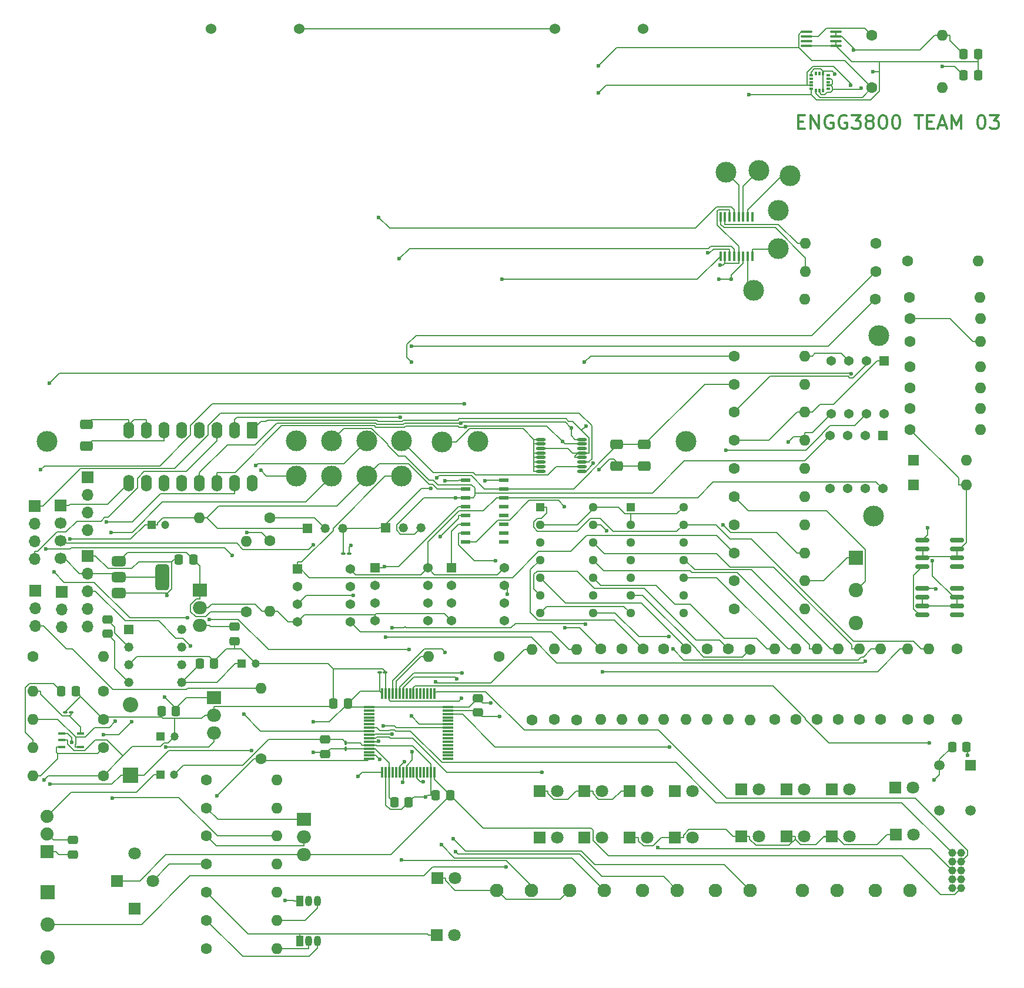
<source format=gbr>
%TF.GenerationSoftware,KiCad,Pcbnew,9.0.1-9.0.1-0~ubuntu24.04.1*%
%TF.CreationDate,2025-05-12T01:42:27+10:00*%
%TF.ProjectId,Sensor_Unit,53656e73-6f72-45f5-956e-69742e6b6963,rev?*%
%TF.SameCoordinates,Original*%
%TF.FileFunction,Copper,L1,Top*%
%TF.FilePolarity,Positive*%
%FSLAX46Y46*%
G04 Gerber Fmt 4.6, Leading zero omitted, Abs format (unit mm)*
G04 Created by KiCad (PCBNEW 9.0.1-9.0.1-0~ubuntu24.04.1) date 2025-05-12 01:42:27*
%MOMM*%
%LPD*%
G01*
G04 APERTURE LIST*
G04 Aperture macros list*
%AMRoundRect*
0 Rectangle with rounded corners*
0 $1 Rounding radius*
0 $2 $3 $4 $5 $6 $7 $8 $9 X,Y pos of 4 corners*
0 Add a 4 corners polygon primitive as box body*
4,1,4,$2,$3,$4,$5,$6,$7,$8,$9,$2,$3,0*
0 Add four circle primitives for the rounded corners*
1,1,$1+$1,$2,$3*
1,1,$1+$1,$4,$5*
1,1,$1+$1,$6,$7*
1,1,$1+$1,$8,$9*
0 Add four rect primitives between the rounded corners*
20,1,$1+$1,$2,$3,$4,$5,0*
20,1,$1+$1,$4,$5,$6,$7,0*
20,1,$1+$1,$6,$7,$8,$9,0*
20,1,$1+$1,$8,$9,$2,$3,0*%
G04 Aperture macros list end*
%ADD10C,0.300000*%
%TA.AperFunction,NonConductor*%
%ADD11C,0.300000*%
%TD*%
%TA.AperFunction,ComponentPad*%
%ADD12C,1.530000*%
%TD*%
%TA.AperFunction,ComponentPad*%
%ADD13C,2.057400*%
%TD*%
%TA.AperFunction,ComponentPad*%
%ADD14R,2.057400X2.057400*%
%TD*%
%TA.AperFunction,ComponentPad*%
%ADD15R,1.371600X1.371600*%
%TD*%
%TA.AperFunction,ComponentPad*%
%ADD16C,1.371600*%
%TD*%
%TA.AperFunction,ComponentPad*%
%ADD17R,1.800000X1.800000*%
%TD*%
%TA.AperFunction,ComponentPad*%
%ADD18C,1.800000*%
%TD*%
%TA.AperFunction,SMDPad,CuDef*%
%ADD19RoundRect,0.100000X-0.217500X-0.100000X0.217500X-0.100000X0.217500X0.100000X-0.217500X0.100000X0*%
%TD*%
%TA.AperFunction,ComponentPad*%
%ADD20C,1.600000*%
%TD*%
%TA.AperFunction,ComponentPad*%
%ADD21O,1.600000X1.600000*%
%TD*%
%TA.AperFunction,SMDPad,CuDef*%
%ADD22RoundRect,0.250000X0.337500X0.475000X-0.337500X0.475000X-0.337500X-0.475000X0.337500X-0.475000X0*%
%TD*%
%TA.AperFunction,ComponentPad*%
%ADD23R,1.320800X1.320800*%
%TD*%
%TA.AperFunction,ComponentPad*%
%ADD24C,1.320800*%
%TD*%
%TA.AperFunction,ComponentPad*%
%ADD25R,2.000000X1.905000*%
%TD*%
%TA.AperFunction,ComponentPad*%
%ADD26O,2.000000X1.905000*%
%TD*%
%TA.AperFunction,ComponentPad*%
%ADD27RoundRect,0.250000X-0.550000X0.950000X-0.550000X-0.950000X0.550000X-0.950000X0.550000X0.950000X0*%
%TD*%
%TA.AperFunction,ComponentPad*%
%ADD28O,1.600000X2.400000*%
%TD*%
%TA.AperFunction,ComponentPad*%
%ADD29C,3.000000*%
%TD*%
%TA.AperFunction,SMDPad,CuDef*%
%ADD30RoundRect,0.100000X0.100000X-0.217500X0.100000X0.217500X-0.100000X0.217500X-0.100000X-0.217500X0*%
%TD*%
%TA.AperFunction,ComponentPad*%
%ADD31R,1.879600X1.879600*%
%TD*%
%TA.AperFunction,ComponentPad*%
%ADD32C,1.879600*%
%TD*%
%TA.AperFunction,SMDPad,CuDef*%
%ADD33RoundRect,0.375000X-0.625000X-0.375000X0.625000X-0.375000X0.625000X0.375000X-0.625000X0.375000X0*%
%TD*%
%TA.AperFunction,SMDPad,CuDef*%
%ADD34RoundRect,0.500000X-0.500000X-1.400000X0.500000X-1.400000X0.500000X1.400000X-0.500000X1.400000X0*%
%TD*%
%TA.AperFunction,SMDPad,CuDef*%
%ADD35RoundRect,0.250000X-0.337500X-0.475000X0.337500X-0.475000X0.337500X0.475000X-0.337500X0.475000X0*%
%TD*%
%TA.AperFunction,SMDPad,CuDef*%
%ADD36RoundRect,0.087500X-0.187500X-0.087500X0.187500X-0.087500X0.187500X0.087500X-0.187500X0.087500X0*%
%TD*%
%TA.AperFunction,SMDPad,CuDef*%
%ADD37RoundRect,0.087500X-0.087500X-0.187500X0.087500X-0.187500X0.087500X0.187500X-0.087500X0.187500X0*%
%TD*%
%TA.AperFunction,ComponentPad*%
%ADD38R,1.200000X1.200000*%
%TD*%
%TA.AperFunction,ComponentPad*%
%ADD39C,1.200000*%
%TD*%
%TA.AperFunction,ComponentPad*%
%ADD40R,1.700000X1.700000*%
%TD*%
%TA.AperFunction,ComponentPad*%
%ADD41O,1.700000X1.700000*%
%TD*%
%TA.AperFunction,ComponentPad*%
%ADD42R,1.600000X1.600000*%
%TD*%
%TA.AperFunction,SMDPad,CuDef*%
%ADD43RoundRect,0.250000X-0.475000X0.337500X-0.475000X-0.337500X0.475000X-0.337500X0.475000X0.337500X0*%
%TD*%
%TA.AperFunction,ComponentPad*%
%ADD44C,1.950000*%
%TD*%
%TA.AperFunction,SMDPad,CuDef*%
%ADD45RoundRect,0.250000X0.475000X-0.337500X0.475000X0.337500X-0.475000X0.337500X-0.475000X-0.337500X0*%
%TD*%
%TA.AperFunction,SMDPad,CuDef*%
%ADD46O,1.400000X0.449999*%
%TD*%
%TA.AperFunction,ComponentPad*%
%ADD47R,1.050000X1.500000*%
%TD*%
%TA.AperFunction,ComponentPad*%
%ADD48O,1.050000X1.500000*%
%TD*%
%TA.AperFunction,SMDPad,CuDef*%
%ADD49RoundRect,0.150000X-0.825000X-0.150000X0.825000X-0.150000X0.825000X0.150000X-0.825000X0.150000X0*%
%TD*%
%TA.AperFunction,ComponentPad*%
%ADD50C,1.168400*%
%TD*%
%TA.AperFunction,ComponentPad*%
%ADD51R,1.295400X1.295400*%
%TD*%
%TA.AperFunction,ComponentPad*%
%ADD52C,1.295400*%
%TD*%
%TA.AperFunction,SMDPad,CuDef*%
%ADD53R,1.460500X0.558800*%
%TD*%
%TA.AperFunction,SMDPad,CuDef*%
%ADD54C,3.000000*%
%TD*%
%TA.AperFunction,SMDPad,CuDef*%
%ADD55RoundRect,0.100000X-0.712500X-0.100000X0.712500X-0.100000X0.712500X0.100000X-0.712500X0.100000X0*%
%TD*%
%TA.AperFunction,SMDPad,CuDef*%
%ADD56RoundRect,0.250000X0.650000X-0.412500X0.650000X0.412500X-0.650000X0.412500X-0.650000X-0.412500X0*%
%TD*%
%TA.AperFunction,SMDPad,CuDef*%
%ADD57R,0.355600X1.473200*%
%TD*%
%TA.AperFunction,SMDPad,CuDef*%
%ADD58RoundRect,0.075000X-0.700000X-0.075000X0.700000X-0.075000X0.700000X0.075000X-0.700000X0.075000X0*%
%TD*%
%TA.AperFunction,SMDPad,CuDef*%
%ADD59RoundRect,0.075000X-0.075000X-0.700000X0.075000X-0.700000X0.075000X0.700000X-0.075000X0.700000X0*%
%TD*%
%TA.AperFunction,ComponentPad*%
%ADD60R,2.200000X2.200000*%
%TD*%
%TA.AperFunction,ComponentPad*%
%ADD61O,2.200000X2.200000*%
%TD*%
%TA.AperFunction,ComponentPad*%
%ADD62R,1.498600X1.498600*%
%TD*%
%TA.AperFunction,ComponentPad*%
%ADD63C,1.498600*%
%TD*%
%TA.AperFunction,ComponentPad*%
%ADD64C,1.700000*%
%TD*%
%TA.AperFunction,SMDPad,CuDef*%
%ADD65R,0.977900X0.406400*%
%TD*%
%TA.AperFunction,ViaPad*%
%ADD66C,0.600000*%
%TD*%
%TA.AperFunction,Conductor*%
%ADD67C,0.200000*%
%TD*%
G04 APERTURE END LIST*
D10*
D11*
X141173558Y-39942019D02*
X141840225Y-39942019D01*
X142125939Y-40989638D02*
X141173558Y-40989638D01*
X141173558Y-40989638D02*
X141173558Y-38989638D01*
X141173558Y-38989638D02*
X142125939Y-38989638D01*
X142983082Y-40989638D02*
X142983082Y-38989638D01*
X142983082Y-38989638D02*
X144125939Y-40989638D01*
X144125939Y-40989638D02*
X144125939Y-38989638D01*
X146125939Y-39084876D02*
X145935463Y-38989638D01*
X145935463Y-38989638D02*
X145649749Y-38989638D01*
X145649749Y-38989638D02*
X145364034Y-39084876D01*
X145364034Y-39084876D02*
X145173558Y-39275352D01*
X145173558Y-39275352D02*
X145078320Y-39465828D01*
X145078320Y-39465828D02*
X144983082Y-39846780D01*
X144983082Y-39846780D02*
X144983082Y-40132495D01*
X144983082Y-40132495D02*
X145078320Y-40513447D01*
X145078320Y-40513447D02*
X145173558Y-40703923D01*
X145173558Y-40703923D02*
X145364034Y-40894400D01*
X145364034Y-40894400D02*
X145649749Y-40989638D01*
X145649749Y-40989638D02*
X145840225Y-40989638D01*
X145840225Y-40989638D02*
X146125939Y-40894400D01*
X146125939Y-40894400D02*
X146221177Y-40799161D01*
X146221177Y-40799161D02*
X146221177Y-40132495D01*
X146221177Y-40132495D02*
X145840225Y-40132495D01*
X148125939Y-39084876D02*
X147935463Y-38989638D01*
X147935463Y-38989638D02*
X147649749Y-38989638D01*
X147649749Y-38989638D02*
X147364034Y-39084876D01*
X147364034Y-39084876D02*
X147173558Y-39275352D01*
X147173558Y-39275352D02*
X147078320Y-39465828D01*
X147078320Y-39465828D02*
X146983082Y-39846780D01*
X146983082Y-39846780D02*
X146983082Y-40132495D01*
X146983082Y-40132495D02*
X147078320Y-40513447D01*
X147078320Y-40513447D02*
X147173558Y-40703923D01*
X147173558Y-40703923D02*
X147364034Y-40894400D01*
X147364034Y-40894400D02*
X147649749Y-40989638D01*
X147649749Y-40989638D02*
X147840225Y-40989638D01*
X147840225Y-40989638D02*
X148125939Y-40894400D01*
X148125939Y-40894400D02*
X148221177Y-40799161D01*
X148221177Y-40799161D02*
X148221177Y-40132495D01*
X148221177Y-40132495D02*
X147840225Y-40132495D01*
X148887844Y-38989638D02*
X150125939Y-38989638D01*
X150125939Y-38989638D02*
X149459272Y-39751542D01*
X149459272Y-39751542D02*
X149744987Y-39751542D01*
X149744987Y-39751542D02*
X149935463Y-39846780D01*
X149935463Y-39846780D02*
X150030701Y-39942019D01*
X150030701Y-39942019D02*
X150125939Y-40132495D01*
X150125939Y-40132495D02*
X150125939Y-40608685D01*
X150125939Y-40608685D02*
X150030701Y-40799161D01*
X150030701Y-40799161D02*
X149935463Y-40894400D01*
X149935463Y-40894400D02*
X149744987Y-40989638D01*
X149744987Y-40989638D02*
X149173558Y-40989638D01*
X149173558Y-40989638D02*
X148983082Y-40894400D01*
X148983082Y-40894400D02*
X148887844Y-40799161D01*
X151268796Y-39846780D02*
X151078320Y-39751542D01*
X151078320Y-39751542D02*
X150983082Y-39656304D01*
X150983082Y-39656304D02*
X150887844Y-39465828D01*
X150887844Y-39465828D02*
X150887844Y-39370590D01*
X150887844Y-39370590D02*
X150983082Y-39180114D01*
X150983082Y-39180114D02*
X151078320Y-39084876D01*
X151078320Y-39084876D02*
X151268796Y-38989638D01*
X151268796Y-38989638D02*
X151649749Y-38989638D01*
X151649749Y-38989638D02*
X151840225Y-39084876D01*
X151840225Y-39084876D02*
X151935463Y-39180114D01*
X151935463Y-39180114D02*
X152030701Y-39370590D01*
X152030701Y-39370590D02*
X152030701Y-39465828D01*
X152030701Y-39465828D02*
X151935463Y-39656304D01*
X151935463Y-39656304D02*
X151840225Y-39751542D01*
X151840225Y-39751542D02*
X151649749Y-39846780D01*
X151649749Y-39846780D02*
X151268796Y-39846780D01*
X151268796Y-39846780D02*
X151078320Y-39942019D01*
X151078320Y-39942019D02*
X150983082Y-40037257D01*
X150983082Y-40037257D02*
X150887844Y-40227733D01*
X150887844Y-40227733D02*
X150887844Y-40608685D01*
X150887844Y-40608685D02*
X150983082Y-40799161D01*
X150983082Y-40799161D02*
X151078320Y-40894400D01*
X151078320Y-40894400D02*
X151268796Y-40989638D01*
X151268796Y-40989638D02*
X151649749Y-40989638D01*
X151649749Y-40989638D02*
X151840225Y-40894400D01*
X151840225Y-40894400D02*
X151935463Y-40799161D01*
X151935463Y-40799161D02*
X152030701Y-40608685D01*
X152030701Y-40608685D02*
X152030701Y-40227733D01*
X152030701Y-40227733D02*
X151935463Y-40037257D01*
X151935463Y-40037257D02*
X151840225Y-39942019D01*
X151840225Y-39942019D02*
X151649749Y-39846780D01*
X153268796Y-38989638D02*
X153459273Y-38989638D01*
X153459273Y-38989638D02*
X153649749Y-39084876D01*
X153649749Y-39084876D02*
X153744987Y-39180114D01*
X153744987Y-39180114D02*
X153840225Y-39370590D01*
X153840225Y-39370590D02*
X153935463Y-39751542D01*
X153935463Y-39751542D02*
X153935463Y-40227733D01*
X153935463Y-40227733D02*
X153840225Y-40608685D01*
X153840225Y-40608685D02*
X153744987Y-40799161D01*
X153744987Y-40799161D02*
X153649749Y-40894400D01*
X153649749Y-40894400D02*
X153459273Y-40989638D01*
X153459273Y-40989638D02*
X153268796Y-40989638D01*
X153268796Y-40989638D02*
X153078320Y-40894400D01*
X153078320Y-40894400D02*
X152983082Y-40799161D01*
X152983082Y-40799161D02*
X152887844Y-40608685D01*
X152887844Y-40608685D02*
X152792606Y-40227733D01*
X152792606Y-40227733D02*
X152792606Y-39751542D01*
X152792606Y-39751542D02*
X152887844Y-39370590D01*
X152887844Y-39370590D02*
X152983082Y-39180114D01*
X152983082Y-39180114D02*
X153078320Y-39084876D01*
X153078320Y-39084876D02*
X153268796Y-38989638D01*
X155173558Y-38989638D02*
X155364035Y-38989638D01*
X155364035Y-38989638D02*
X155554511Y-39084876D01*
X155554511Y-39084876D02*
X155649749Y-39180114D01*
X155649749Y-39180114D02*
X155744987Y-39370590D01*
X155744987Y-39370590D02*
X155840225Y-39751542D01*
X155840225Y-39751542D02*
X155840225Y-40227733D01*
X155840225Y-40227733D02*
X155744987Y-40608685D01*
X155744987Y-40608685D02*
X155649749Y-40799161D01*
X155649749Y-40799161D02*
X155554511Y-40894400D01*
X155554511Y-40894400D02*
X155364035Y-40989638D01*
X155364035Y-40989638D02*
X155173558Y-40989638D01*
X155173558Y-40989638D02*
X154983082Y-40894400D01*
X154983082Y-40894400D02*
X154887844Y-40799161D01*
X154887844Y-40799161D02*
X154792606Y-40608685D01*
X154792606Y-40608685D02*
X154697368Y-40227733D01*
X154697368Y-40227733D02*
X154697368Y-39751542D01*
X154697368Y-39751542D02*
X154792606Y-39370590D01*
X154792606Y-39370590D02*
X154887844Y-39180114D01*
X154887844Y-39180114D02*
X154983082Y-39084876D01*
X154983082Y-39084876D02*
X155173558Y-38989638D01*
X157935464Y-38989638D02*
X159078321Y-38989638D01*
X158506892Y-40989638D02*
X158506892Y-38989638D01*
X159744988Y-39942019D02*
X160411655Y-39942019D01*
X160697369Y-40989638D02*
X159744988Y-40989638D01*
X159744988Y-40989638D02*
X159744988Y-38989638D01*
X159744988Y-38989638D02*
X160697369Y-38989638D01*
X161459274Y-40418209D02*
X162411655Y-40418209D01*
X161268798Y-40989638D02*
X161935464Y-38989638D01*
X161935464Y-38989638D02*
X162602131Y-40989638D01*
X163268798Y-40989638D02*
X163268798Y-38989638D01*
X163268798Y-38989638D02*
X163935465Y-40418209D01*
X163935465Y-40418209D02*
X164602131Y-38989638D01*
X164602131Y-38989638D02*
X164602131Y-40989638D01*
X167459274Y-38989638D02*
X167649751Y-38989638D01*
X167649751Y-38989638D02*
X167840227Y-39084876D01*
X167840227Y-39084876D02*
X167935465Y-39180114D01*
X167935465Y-39180114D02*
X168030703Y-39370590D01*
X168030703Y-39370590D02*
X168125941Y-39751542D01*
X168125941Y-39751542D02*
X168125941Y-40227733D01*
X168125941Y-40227733D02*
X168030703Y-40608685D01*
X168030703Y-40608685D02*
X167935465Y-40799161D01*
X167935465Y-40799161D02*
X167840227Y-40894400D01*
X167840227Y-40894400D02*
X167649751Y-40989638D01*
X167649751Y-40989638D02*
X167459274Y-40989638D01*
X167459274Y-40989638D02*
X167268798Y-40894400D01*
X167268798Y-40894400D02*
X167173560Y-40799161D01*
X167173560Y-40799161D02*
X167078322Y-40608685D01*
X167078322Y-40608685D02*
X166983084Y-40227733D01*
X166983084Y-40227733D02*
X166983084Y-39751542D01*
X166983084Y-39751542D02*
X167078322Y-39370590D01*
X167078322Y-39370590D02*
X167173560Y-39180114D01*
X167173560Y-39180114D02*
X167268798Y-39084876D01*
X167268798Y-39084876D02*
X167459274Y-38989638D01*
X168792608Y-38989638D02*
X170030703Y-38989638D01*
X170030703Y-38989638D02*
X169364036Y-39751542D01*
X169364036Y-39751542D02*
X169649751Y-39751542D01*
X169649751Y-39751542D02*
X169840227Y-39846780D01*
X169840227Y-39846780D02*
X169935465Y-39942019D01*
X169935465Y-39942019D02*
X170030703Y-40132495D01*
X170030703Y-40132495D02*
X170030703Y-40608685D01*
X170030703Y-40608685D02*
X169935465Y-40799161D01*
X169935465Y-40799161D02*
X169840227Y-40894400D01*
X169840227Y-40894400D02*
X169649751Y-40989638D01*
X169649751Y-40989638D02*
X169078322Y-40989638D01*
X169078322Y-40989638D02*
X168887846Y-40894400D01*
X168887846Y-40894400D02*
X168792608Y-40799161D01*
D12*
%TO.P,BT1,N*%
%TO.N,Net-(BT1-PadN)*%
X106150000Y-26580000D03*
%TO.P,BT1,P*%
%TO.N,Net-(BT1-PadP)*%
X118850000Y-26580000D03*
%TD*%
%TO.P,BT2,P*%
%TO.N,Net-(BT1-PadN)*%
X69300000Y-26580000D03*
%TO.P,BT2,N*%
%TO.N,GND*%
X56600000Y-26580000D03*
%TD*%
D13*
%TO.P,SW2,3,3*%
%TO.N,GND*%
X33060400Y-160319401D03*
%TO.P,SW2,2,2*%
%TO.N,Net-(BT1-PadP)*%
X33060400Y-155619401D03*
D14*
%TO.P,SW2,1,1*%
%TO.N,+9V*%
X33060400Y-150919400D03*
%TD*%
D15*
%TO.P,U17,1*%
%TO.N,CH3_Buffered*%
X91190000Y-104190000D03*
D16*
%TO.P,U17,2,-*%
X91190000Y-106730000D03*
%TO.P,U17,3,+*%
%TO.N,Net-(U17A-+)*%
X91190000Y-109270000D03*
%TO.P,U17,4,V-*%
%TO.N,-15V*%
X91190000Y-111810000D03*
%TO.P,U17,5,+*%
%TO.N,Net-(U17B-+)*%
X98810000Y-111810000D03*
%TO.P,U17,6,-*%
%TO.N,CH4_Buffered*%
X98810000Y-109270000D03*
%TO.P,U17,7*%
X98810000Y-106730000D03*
%TO.P,U17,8,V+*%
%TO.N,+15V*%
X98810000Y-104190000D03*
%TD*%
D17*
%TO.P,LED19,1,K*%
%TO.N,GND*%
X89181800Y-148906000D03*
D18*
%TO.P,LED19,2,A*%
%TO.N,Net-(LED19-A)*%
X91721800Y-148906000D03*
%TD*%
D19*
%TO.P,C1,1*%
%TO.N,+3V3*%
X80866600Y-119264600D03*
%TO.P,C1,2*%
%TO.N,GND*%
X81681600Y-119264600D03*
%TD*%
D20*
%TO.P,R15,1*%
%TO.N,TX_OPTICAL*%
X55920000Y-134750000D03*
D21*
%TO.P,R15,2*%
%TO.N,Net-(Q2-G)*%
X66080000Y-134750000D03*
%TD*%
D20*
%TO.P,R38,1*%
%TO.N,Net-(U15-Q0)*%
X112697500Y-115902600D03*
D21*
%TO.P,R38,2*%
%TO.N,Net-(LED10-A)*%
X112697500Y-126062600D03*
%TD*%
D22*
%TO.P,C16,1*%
%TO.N,+15V*%
X51522600Y-124839800D03*
%TO.P,C16,2*%
%TO.N,GND*%
X49447600Y-124839800D03*
%TD*%
D23*
%TO.P,U10,1,TEST*%
%TO.N,unconnected-(U10-TEST-Pad1)*%
X44716300Y-113073400D03*
D24*
%TO.P,U10,2,C+*%
%TO.N,Net-(U10-C+)*%
X44716300Y-115613400D03*
%TO.P,U10,3,GND*%
%TO.N,GND*%
X44716300Y-118153400D03*
%TO.P,U10,4,C-*%
%TO.N,Net-(U10-C-)*%
X44716300Y-120693400D03*
%TO.P,U10,5,VOUT*%
%TO.N,-15V*%
X52336300Y-120693400D03*
%TO.P,U10,6,VR*%
%TO.N,unconnected-(U10-VR-Pad6)*%
X52336300Y-118153400D03*
%TO.P,U10,7,OSC*%
%TO.N,unconnected-(U10-OSC-Pad7)*%
X52336300Y-115613400D03*
%TO.P,U10,8,V+*%
%TO.N,+15V*%
X52336300Y-113073400D03*
%TD*%
D25*
%TO.P,U9,1,VI*%
%TO.N,+15V*%
X57000000Y-122920000D03*
D26*
%TO.P,U9,2,GND*%
%TO.N,GND*%
X57000000Y-125460000D03*
%TO.P,U9,3,VO*%
%TO.N,+5V*%
X57000000Y-128000000D03*
%TD*%
D17*
%TO.P,LED16,1,K*%
%TO.N,GND*%
X139508200Y-142906500D03*
D18*
%TO.P,LED16,2,A*%
%TO.N,Net-(LED16-A)*%
X142048200Y-142906500D03*
%TD*%
D27*
%TO.P,U23,1,REFP*%
%TO.N,+3.3V*%
X62540000Y-84380000D03*
D28*
%TO.P,U23,2,VIN1N*%
%TO.N,ADC1_IN2*%
X60000000Y-84380000D03*
%TO.P,U23,3,VIN1P*%
%TO.N,NAU7802_VIN1P*%
X57460000Y-84380000D03*
%TO.P,U23,4,VIN2N*%
%TO.N,Net-(U23-VIN2N)*%
X54920000Y-84380000D03*
%TO.P,U23,5,VIN2P*%
%TO.N,Net-(U23-VIN2P)*%
X52380000Y-84380000D03*
%TO.P,U23,6,VBG*%
%TO.N,Net-(U23-VBG)*%
X49840000Y-84380000D03*
%TO.P,U23,7,REFN*%
%TO.N,GND*%
X47300000Y-84380000D03*
%TO.P,U23,8,AVSS*%
X44760000Y-84380000D03*
%TO.P,U23,9,DVSS*%
X44760000Y-92000000D03*
%TO.P,U23,10,XIN*%
%TO.N,unconnected-(U23-XIN-Pad10)*%
X47300000Y-92000000D03*
%TO.P,U23,11,XOUT*%
%TO.N,unconnected-(U23-XOUT-Pad11)*%
X49840000Y-92000000D03*
%TO.P,U23,12,DRDY*%
%TO.N,unconnected-(U23-DRDY-Pad12)*%
X52380000Y-92000000D03*
%TO.P,U23,13,SCLK*%
%TO.N,I2C_SCL*%
X54920000Y-92000000D03*
%TO.P,U23,14,SDIO*%
%TO.N,I2C_SDA*%
X57460000Y-92000000D03*
%TO.P,U23,15,DVDD*%
%TO.N,+3.3V*%
X60000000Y-92000000D03*
%TO.P,U23,16,AVDD/LDO*%
%TO.N,unconnected-(U23-AVDD{slash}LDO-Pad16)*%
X62540000Y-92000000D03*
%TD*%
D29*
%TO.P,TP2,1,1*%
%TO.N,+9V*%
X95000000Y-86000000D03*
%TD*%
D30*
%TO.P,C7,1*%
%TO.N,+3V3*%
X76000000Y-130240000D03*
%TO.P,C7,2*%
%TO.N,GND*%
X76000000Y-129425000D03*
%TD*%
D29*
%TO.P,TP5,1,1*%
%TO.N,-15V*%
X73950000Y-85950000D03*
%TD*%
D20*
%TO.P,R44,1*%
%TO.N,Net-(LED16-A)*%
X143852600Y-126074300D03*
D21*
%TO.P,R44,2*%
%TO.N,Net-(U15-Q5)*%
X143852600Y-115914300D03*
%TD*%
D31*
%TO.P,U8,1,IN*%
%TO.N,17V*%
X33000000Y-145080000D03*
D32*
%TO.P,U8,2,GND*%
%TO.N,GND*%
X33000000Y-142540000D03*
%TO.P,U8,3,OUT*%
%TO.N,+15V*%
X33000000Y-140000000D03*
%TD*%
D20*
%TO.P,R16,1*%
%TO.N,Net-(Q2-G)*%
X55920000Y-138800000D03*
D21*
%TO.P,R16,2*%
%TO.N,+5V*%
X66080000Y-138800000D03*
%TD*%
D29*
%TO.P,TP9,1,1*%
%TO.N,ADC1_IN2*%
X84050000Y-85950000D03*
%TD*%
D33*
%TO.P,U13,1,GND*%
%TO.N,GND*%
X43289200Y-103245500D03*
%TO.P,U13,2,VO*%
%TO.N,+3V3*%
X43289200Y-105545500D03*
D34*
X49589200Y-105545500D03*
D33*
%TO.P,U13,3,VI*%
%TO.N,+5V*%
X43289200Y-107845500D03*
%TD*%
D17*
%TO.P,LED11,1,K*%
%TO.N,GND*%
X110389400Y-143082300D03*
D18*
%TO.P,LED11,2,A*%
%TO.N,Net-(LED11-A)*%
X112929400Y-143082300D03*
%TD*%
D20*
%TO.P,R57,1*%
%TO.N,-1V65*%
X131920000Y-102050000D03*
D21*
%TO.P,R57,2*%
%TO.N,Net-(U20A--)*%
X142080000Y-102050000D03*
%TD*%
D35*
%TO.P,C5,1*%
%TO.N,+3V3*%
X82962500Y-138000000D03*
%TO.P,C5,2*%
%TO.N,GND*%
X85037500Y-138000000D03*
%TD*%
D20*
%TO.P,R17,1*%
%TO.N,Net-(Q2-D)*%
X55920000Y-142850000D03*
D21*
%TO.P,R17,2*%
%TO.N,Net-(J5-Pin_1)*%
X66080000Y-142850000D03*
%TD*%
D17*
%TO.P,LED8,1,K*%
%TO.N,GND*%
X139483200Y-136156500D03*
D18*
%TO.P,LED8,2,A*%
%TO.N,Net-(LED8-A)*%
X142023200Y-136156500D03*
%TD*%
D20*
%TO.P,R49,1*%
%TO.N,Net-(LED19-A)*%
X102818700Y-126131300D03*
D21*
%TO.P,R49,2*%
%TO.N,SAMPLING_LED*%
X102818700Y-115971300D03*
%TD*%
D20*
%TO.P,R36,1*%
%TO.N,Net-(LED8-A)*%
X146905200Y-126076100D03*
D21*
%TO.P,R36,2*%
%TO.N,Net-(U14-Q5)*%
X146905200Y-115916100D03*
%TD*%
D20*
%TO.P,R28,1*%
%TO.N,GND*%
X109247700Y-126160000D03*
D21*
%TO.P,R28,2*%
%TO.N,Net-(U12B-+)*%
X109247700Y-116000000D03*
%TD*%
D20*
%TO.P,R25,1*%
%TO.N,Net-(U12A-+)*%
X65037200Y-100304200D03*
D21*
%TO.P,R25,2*%
%TO.N,-15V*%
X65037200Y-110464200D03*
%TD*%
D36*
%TO.P,U4,1,VDD_IO*%
%TO.N,VDD +3.3V*%
X143025000Y-33225000D03*
%TO.P,U4,2,NC*%
%TO.N,unconnected-(U4-NC-Pad2)*%
X143025000Y-33725000D03*
%TO.P,U4,3,NC*%
%TO.N,unconnected-(U4-NC-Pad3)*%
X143025000Y-34225000D03*
%TO.P,U4,4,SPC*%
%TO.N,I2C_SCL*%
X143025000Y-34725000D03*
%TO.P,U4,5,GND*%
%TO.N,GND*%
X143025000Y-35225000D03*
D37*
%TO.P,U4,6,SDI*%
%TO.N,I2C_SDA*%
X143750000Y-35450000D03*
%TO.P,U4,7,SDO*%
%TO.N,GND*%
X144250000Y-35450000D03*
%TO.P,U4,8,CS*%
%TO.N,VDD +3.3V*%
X144750000Y-35450000D03*
D36*
%TO.P,U4,9,INT2*%
%TO.N,unconnected-(U4-INT2-Pad9)*%
X145475000Y-35225000D03*
%TO.P,U4,10,GND*%
%TO.N,GND*%
X145475000Y-34725000D03*
%TO.P,U4,11,INT1*%
%TO.N,unconnected-(U4-INT1-Pad11)*%
X145475000Y-34225000D03*
%TO.P,U4,12,GND*%
%TO.N,GND*%
X145475000Y-33725000D03*
%TO.P,U4,13,ADC3*%
%TO.N,unconnected-(U4-ADC3-Pad13)*%
X145475000Y-33225000D03*
D37*
%TO.P,U4,14,VDD*%
%TO.N,VDD +3.3V*%
X144750000Y-33000000D03*
%TO.P,U4,15,ADC2*%
%TO.N,unconnected-(U4-ADC2-Pad15)*%
X144250000Y-33000000D03*
%TO.P,U4,16,ADC1*%
%TO.N,unconnected-(U4-ADC1-Pad16)*%
X143750000Y-33000000D03*
%TD*%
D38*
%TO.P,C17,1*%
%TO.N,+5V*%
X49337700Y-128496800D03*
D39*
%TO.P,C17,2*%
%TO.N,GND*%
X51337700Y-128496800D03*
%TD*%
D15*
%TO.P,U19,1*%
%TO.N,Net-(R52-Pad2)*%
X153540000Y-74380000D03*
D16*
%TO.P,U19,2,-*%
%TO.N,Net-(U19A--)*%
X151000000Y-74380000D03*
%TO.P,U19,3,+*%
%TO.N,Net-(U19A-+)*%
X148460000Y-74380000D03*
%TO.P,U19,4,V-*%
%TO.N,-15V*%
X145920000Y-74380000D03*
%TO.P,U19,5,+*%
%TO.N,/range_switching/POT_2W*%
X145920000Y-82000000D03*
%TO.P,U19,6,-*%
%TO.N,/range_switching/POT_1W*%
X148460000Y-82000000D03*
%TO.P,U19,7*%
%TO.N,/range_switching/POT_1B*%
X151000000Y-82000000D03*
%TO.P,U19,8,V+*%
%TO.N,+15V*%
X153540000Y-82000000D03*
%TD*%
D20*
%TO.P,R3,1*%
%TO.N,/Sensor MCU/SPI_MISO_*%
X152250000Y-65500000D03*
D21*
%TO.P,R3,2*%
%TO.N,SPI_MISO*%
X142090000Y-65500000D03*
%TD*%
D29*
%TO.P,TP6,1,1*%
%TO.N,+5V*%
X73950000Y-91000000D03*
%TD*%
D40*
%TO.P,J6,1,Pin_1*%
%TO.N,+3V3*%
X38780200Y-91121900D03*
D41*
%TO.P,J6,2,Pin_2*%
%TO.N,/Optical Link/FD_AN*%
X38780200Y-93661900D03*
%TO.P,J6,3,Pin_3*%
%TO.N,/Optical Link/LED_CA*%
X38780200Y-96201900D03*
%TO.P,J6,4,Pin_4*%
%TO.N,/Optical Link/LED_AN*%
X38780200Y-98741900D03*
%TD*%
D29*
%TO.P,TP16,1,1*%
%TO.N,/range_switching/POT_1W*%
X135500000Y-47000000D03*
%TD*%
D20*
%TO.P,R40,1*%
%TO.N,Net-(U15-Q2)*%
X124967100Y-115920000D03*
D21*
%TO.P,R40,2*%
%TO.N,Net-(LED12-A)*%
X124967100Y-126080000D03*
%TD*%
D42*
%TO.P,D3,1,K*%
%TO.N,Net-(D3-K)*%
X157740100Y-92276500D03*
D21*
%TO.P,D3,2,A*%
%TO.N,Net-(D3-A)*%
X165360100Y-92276500D03*
%TD*%
D43*
%TO.P,C18,1*%
%TO.N,Net-(U10-C+)*%
X41660500Y-111632400D03*
%TO.P,C18,2*%
%TO.N,Net-(U10-C-)*%
X41660500Y-113707400D03*
%TD*%
D44*
%TO.P,J11,1*%
%TO.N,GND*%
X129221800Y-150656200D03*
%TO.P,J11,2*%
%TO.N,Net-(U17B-+)*%
X134221800Y-150656200D03*
%TD*%
D20*
%TO.P,R41,1*%
%TO.N,Net-(U15-Q3)*%
X131130000Y-115924000D03*
D21*
%TO.P,R41,2*%
%TO.N,Net-(LED13-A)*%
X131130000Y-126084000D03*
%TD*%
D20*
%TO.P,R37,1*%
%TO.N,Net-(LED9-A)*%
X140800000Y-126074700D03*
D21*
%TO.P,R37,2*%
%TO.N,Net-(U14-Q4)*%
X140800000Y-115914700D03*
%TD*%
D15*
%TO.P,U16,1*%
%TO.N,CH1_Buffered*%
X80190000Y-104190000D03*
D16*
%TO.P,U16,2,-*%
X80190000Y-106730000D03*
%TO.P,U16,3,+*%
%TO.N,Net-(U16A-+)*%
X80190000Y-109270000D03*
%TO.P,U16,4,V-*%
%TO.N,-15V*%
X80190000Y-111810000D03*
%TO.P,U16,5,+*%
%TO.N,Net-(U16B-+)*%
X87810000Y-111810000D03*
%TO.P,U16,6,-*%
%TO.N,CH2_Buffered*%
X87810000Y-109270000D03*
%TO.P,U16,7*%
X87810000Y-106730000D03*
%TO.P,U16,8,V+*%
%TO.N,+15V*%
X87810000Y-104190000D03*
%TD*%
D45*
%TO.P,C6,1*%
%TO.N,+3V3*%
X73000000Y-131037500D03*
%TO.P,C6,2*%
%TO.N,GND*%
X73000000Y-128962500D03*
%TD*%
D17*
%TO.P,LED7,1,K*%
%TO.N,GND*%
X145983200Y-136156500D03*
D18*
%TO.P,LED7,2,A*%
%TO.N,Net-(LED7-A)*%
X148523200Y-136156500D03*
%TD*%
D20*
%TO.P,R42,1*%
%TO.N,Net-(LED14-A)*%
X156952200Y-126080000D03*
D21*
%TO.P,R42,2*%
%TO.N,Net-(U15-Q7)*%
X156952200Y-115920000D03*
%TD*%
D25*
%TO.P,U11,1,GND*%
%TO.N,GND*%
X55000000Y-107460000D03*
D26*
%TO.P,U11,2,VI*%
%TO.N,-15V*%
X55000000Y-110000000D03*
%TO.P,U11,3,VO*%
%TO.N,-5V*%
X55000000Y-112540000D03*
%TD*%
D29*
%TO.P,TP7,1,1*%
%TO.N,-5V*%
X79000000Y-85950000D03*
%TD*%
D20*
%TO.P,R39,1*%
%TO.N,Net-(U15-Q1)*%
X118834600Y-115902600D03*
D21*
%TO.P,R39,2*%
%TO.N,Net-(LED11-A)*%
X118834600Y-126062600D03*
%TD*%
D20*
%TO.P,R53,1*%
%TO.N,Net-(R52-Pad2)*%
X131920000Y-85850000D03*
D21*
%TO.P,R53,2*%
%TO.N,/range_switching/POT_2W*%
X142080000Y-85850000D03*
%TD*%
D17*
%TO.P,LED4,1,K*%
%TO.N,GND*%
X116854400Y-136332300D03*
D18*
%TO.P,LED4,2,A*%
%TO.N,Net-(LED4-A)*%
X119394400Y-136332300D03*
%TD*%
D29*
%TO.P,TP15,1,1*%
%TO.N,Net-(U21-A1)*%
X140000000Y-47750000D03*
%TD*%
%TO.P,TP10,1,1*%
%TO.N,-1V65*%
X84050000Y-91000000D03*
%TD*%
D25*
%TO.P,Q2,1,G*%
%TO.N,Net-(Q2-G)*%
X70000000Y-140460000D03*
D26*
%TO.P,Q2,2,D*%
%TO.N,Net-(Q2-D)*%
X70000000Y-143000000D03*
%TO.P,Q2,3,S*%
%TO.N,+3V3*%
X70000000Y-145540000D03*
%TD*%
D20*
%TO.P,R59,1*%
%TO.N,GND*%
X98080000Y-117000000D03*
D21*
%TO.P,R59,2*%
%TO.N,Net-(U1-PH3)*%
X87920000Y-117000000D03*
%TD*%
D46*
%TO.P,U22,1,A0*%
%TO.N,GND*%
X104100001Y-85725001D03*
%TO.P,U22,2,A1*%
X104100001Y-86375002D03*
%TO.P,U22,3,RESET_N*%
%TO.N,+3.3V*%
X104100001Y-87025001D03*
%TO.P,U22,4,DGND*%
%TO.N,GND*%
X104100001Y-87675002D03*
%TO.P,U22,5,AGND*%
X104100001Y-88325001D03*
%TO.P,U22,6,AIN3*%
X104100001Y-88975002D03*
%TO.P,U22,7,AIN2*%
X104100001Y-89625001D03*
%TO.P,U22,8,REFN*%
X104100001Y-90275002D03*
%TO.P,U22,9,REFP*%
%TO.N,+3.3V*%
X110000002Y-90275002D03*
%TO.P,U22,10,AIN1*%
%TO.N,ADC1_IN2*%
X110000002Y-89625001D03*
%TO.P,U22,11,AIN0*%
%TO.N,ADS1119_AINP*%
X110000002Y-88975002D03*
%TO.P,U22,12,AVDD*%
%TO.N,+3.3V*%
X110000002Y-88325001D03*
%TO.P,U22,13,DVDD*%
X110000002Y-87675002D03*
%TO.P,U22,14,DRDY_N*%
%TO.N,unconnected-(U22-DRDY_N-Pad14)*%
X110000002Y-87025001D03*
%TO.P,U22,15,SDA*%
%TO.N,I2C_SDA*%
X110000002Y-86375002D03*
%TO.P,U22,16,SCL*%
%TO.N,I2C_SCL*%
X110000002Y-85725001D03*
%TD*%
D47*
%TO.P,Q3,1,E*%
%TO.N,GND*%
X69373900Y-157967200D03*
D48*
%TO.P,Q3,2,B*%
%TO.N,Net-(Q3-B)*%
X70643900Y-157967200D03*
%TO.P,Q3,3,C*%
%TO.N,RX_OPTICAL*%
X71913900Y-157967200D03*
%TD*%
D20*
%TO.P,R14,1*%
%TO.N,TX_OPTICAL*%
X63794700Y-131702200D03*
D21*
%TO.P,R14,2*%
%TO.N,Net-(J4-Pin_3)*%
X63794700Y-121542200D03*
%TD*%
D49*
%TO.P,U6,1*%
%TO.N,Net-(R8-Pad1)*%
X159050000Y-100190000D03*
%TO.P,U6,2*%
%TO.N,Net-(D3-A)*%
X159050000Y-101460000D03*
%TO.P,U6,3*%
X159050000Y-102730000D03*
%TO.P,U6,4*%
%TO.N,VDD +10V*%
X159050000Y-104000000D03*
%TO.P,U6,5*%
%TO.N,N/C*%
X164000000Y-104000000D03*
%TO.P,U6,6*%
%TO.N,Net-(D3-A)*%
X164000000Y-102730000D03*
%TO.P,U6,7*%
X164000000Y-101460000D03*
%TO.P,U6,8*%
%TO.N,N/C*%
X164000000Y-100190000D03*
%TD*%
D17*
%TO.P,LED12,1,K*%
%TO.N,GND*%
X116904400Y-143082300D03*
D18*
%TO.P,LED12,2,A*%
%TO.N,Net-(LED12-A)*%
X119444400Y-143082300D03*
%TD*%
D15*
%TO.P,U20,1*%
%TO.N,Net-(J12-Pin_2)*%
X153350000Y-85190000D03*
D16*
%TO.P,U20,2,-*%
%TO.N,Net-(U20A--)*%
X150810000Y-85190000D03*
%TO.P,U20,3,+*%
%TO.N,Net-(U20A-+)*%
X148270000Y-85190000D03*
%TO.P,U20,4,V-*%
%TO.N,-15V*%
X145730000Y-85190000D03*
%TO.P,U20,5*%
%TO.N,N/C*%
X145730000Y-92810000D03*
%TO.P,U20,6*%
X148270000Y-92810000D03*
%TO.P,U20,7*%
X150810000Y-92810000D03*
%TO.P,U20,8,V+*%
%TO.N,+15V*%
X153350000Y-92810000D03*
%TD*%
D20*
%TO.P,R10,1*%
%TO.N,Net-(D2-A)*%
X157280100Y-75276500D03*
D21*
%TO.P,R10,2*%
%TO.N,Net-(R10-Pad2)*%
X167440100Y-75276500D03*
%TD*%
D20*
%TO.P,R27,1*%
%TO.N,Net-(U12B-+)*%
X65080000Y-97000000D03*
D21*
%TO.P,R27,2*%
%TO.N,+3V3*%
X54920000Y-97000000D03*
%TD*%
D20*
%TO.P,R61,1*%
%TO.N,GND*%
X131920000Y-110150000D03*
D21*
%TO.P,R61,2*%
%TO.N,Net-(U19A--)*%
X142080000Y-110150000D03*
%TD*%
D40*
%TO.P,J4,1,Pin_1*%
%TO.N,GND*%
X31307600Y-107535000D03*
D41*
%TO.P,J4,2,Pin_2*%
%TO.N,/Optical Link/LED_CA*%
X31307600Y-110075000D03*
%TO.P,J4,3,Pin_3*%
%TO.N,Net-(J4-Pin_3)*%
X31307600Y-112615000D03*
%TD*%
D20*
%TO.P,L3,1,1*%
%TO.N,+9V*%
X30920000Y-117000000D03*
D21*
%TO.P,L3,2,2*%
%TO.N,Net-(D23-A)*%
X41080000Y-117000000D03*
%TD*%
D20*
%TO.P,R12,1*%
%TO.N,Net-(D3-K)*%
X157280100Y-81276500D03*
D21*
%TO.P,R12,2*%
%TO.N,Net-(R12-Pad2)*%
X167440100Y-81276500D03*
%TD*%
D50*
%TO.P,J1,1,VTG*%
%TO.N,+3V3*%
X164604600Y-150354700D03*
%TO.P,J1,2,GND*%
%TO.N,GND*%
X163334600Y-150354700D03*
%TO.P,J1,3,GND*%
X164604600Y-149084700D03*
%TO.P,J1,4,KEY*%
%TO.N,unconnected-(J1-KEY-Pad4)*%
X163334600Y-149084700D03*
%TO.P,J1,5,GND*%
%TO.N,GND*%
X164604600Y-147814700D03*
%TO.P,J1,6,RST*%
%TO.N,JLink_SWDIO*%
X163334600Y-147814700D03*
%TO.P,J1,7,NC*%
%TO.N,JLink_CLK*%
X164604600Y-146544700D03*
%TO.P,J1,8,SWO*%
%TO.N,JLink_SWO*%
X163334600Y-146544700D03*
%TO.P,J1,9,CLK*%
%TO.N,unconnected-(J1-CLK-Pad9)*%
X164604600Y-145274700D03*
%TO.P,J1,10,SWDIO*%
%TO.N,JLink_RST*%
X163334600Y-145274700D03*
%TD*%
D44*
%TO.P,J8,1*%
%TO.N,GND*%
X97721800Y-150656200D03*
%TO.P,J8,2*%
%TO.N,Net-(U16A-+)*%
X102721800Y-150656200D03*
%TD*%
D24*
%TO.P,R46,1,1*%
%TO.N,-15V*%
X86826200Y-98409400D03*
%TO.P,R46,2,2*%
%TO.N,Net-(U12A-+)*%
X84286200Y-98409400D03*
D23*
%TO.P,R46,3,3*%
%TO.N,GND*%
X81746200Y-98409400D03*
%TD*%
D20*
%TO.P,R47,1*%
%TO.N,Net-(C25-Pad1)*%
X164000000Y-115920000D03*
D21*
%TO.P,R47,2*%
%TO.N,GND*%
X164000000Y-126080000D03*
%TD*%
D20*
%TO.P,R50,1*%
%TO.N,Net-(U18-DA)*%
X131920000Y-73700000D03*
D21*
%TO.P,R50,2*%
%TO.N,Net-(U19A-+)*%
X142080000Y-73700000D03*
%TD*%
D17*
%TO.P,LED10,1,K*%
%TO.N,GND*%
X103889400Y-143082300D03*
D18*
%TO.P,LED10,2,A*%
%TO.N,Net-(LED10-A)*%
X106429400Y-143082300D03*
%TD*%
D19*
%TO.P,C12,1*%
%TO.N,GND*%
X35592500Y-125000000D03*
%TO.P,C12,2*%
%TO.N,+9V*%
X36407500Y-125000000D03*
%TD*%
D35*
%TO.P,C23,1*%
%TO.N,+5V*%
X51962500Y-103000000D03*
%TO.P,C23,2*%
%TO.N,GND*%
X54037500Y-103000000D03*
%TD*%
D51*
%TO.P,U15,1,DS1*%
%TO.N,Net-(U14-Q7)*%
X104000000Y-95460000D03*
D52*
%TO.P,U15,2,DS2*%
%TO.N,+3V3*%
X104000000Y-98000000D03*
%TO.P,U15,3,Q0*%
%TO.N,Net-(U15-Q0)*%
X104000000Y-100540000D03*
%TO.P,U15,4,Q1*%
%TO.N,Net-(U15-Q1)*%
X104000000Y-103080000D03*
%TO.P,U15,5,Q2*%
%TO.N,Net-(U15-Q2)*%
X104000000Y-105620000D03*
%TO.P,U15,6,Q3*%
%TO.N,Net-(U15-Q3)*%
X104000000Y-108160000D03*
%TO.P,U15,7,GND*%
%TO.N,GND*%
X104000000Y-110700000D03*
%TO.P,U15,8,CP*%
%TO.N,ALARM_CLK*%
X111620000Y-110700000D03*
%TO.P,U15,9,\u002AMR*%
%TO.N,+3V3*%
X111620000Y-108160000D03*
%TO.P,U15,10,Q4*%
%TO.N,Net-(U15-Q4)*%
X111620000Y-105620000D03*
%TO.P,U15,11,Q5*%
%TO.N,Net-(U15-Q5)*%
X111620000Y-103080000D03*
%TO.P,U15,12,Q6*%
%TO.N,Net-(U15-Q6)*%
X111620000Y-100540000D03*
%TO.P,U15,13,Q7*%
%TO.N,Net-(U15-Q7)*%
X111620000Y-98000000D03*
%TO.P,U15,14,VCC*%
%TO.N,+3V3*%
X111620000Y-95460000D03*
%TD*%
D35*
%TO.P,C10,1*%
%TO.N,VDD +3.3V*%
X164962500Y-30240000D03*
%TO.P,C10,2*%
%TO.N,GND*%
X167037500Y-30240000D03*
%TD*%
D45*
%TO.P,C14,1*%
%TO.N,17V*%
X36658800Y-145499700D03*
%TO.P,C14,2*%
%TO.N,GND*%
X36658800Y-143424700D03*
%TD*%
D20*
%TO.P,R19,1*%
%TO.N,GND*%
X55920000Y-150950000D03*
D21*
%TO.P,R19,2*%
%TO.N,Net-(Q1-E)*%
X66080000Y-150950000D03*
%TD*%
D20*
%TO.P,R55,1*%
%TO.N,GND*%
X131920000Y-93950000D03*
D21*
%TO.P,R55,2*%
%TO.N,Net-(U20A-+)*%
X142080000Y-93950000D03*
%TD*%
D20*
%TO.P,R58,1*%
%TO.N,Net-(U20A--)*%
X131920000Y-106100000D03*
D21*
%TO.P,R58,2*%
%TO.N,Net-(J12-Pin_2)*%
X142080000Y-106100000D03*
%TD*%
D20*
%TO.P,R26,1*%
%TO.N,GND*%
X61683900Y-110558700D03*
D21*
%TO.P,R26,2*%
%TO.N,Net-(U12A-+)*%
X61683900Y-100398700D03*
%TD*%
D43*
%TO.P,C20,1*%
%TO.N,-5V*%
X59957600Y-112700900D03*
%TO.P,C20,2*%
%TO.N,GND*%
X59957600Y-114775900D03*
%TD*%
D20*
%TO.P,R6,1*%
%TO.N,Net-(R10-Pad2)*%
X156920000Y-60000000D03*
D21*
%TO.P,R6,2*%
%TO.N,Net-(R6-Pad2)*%
X167080000Y-60000000D03*
%TD*%
D29*
%TO.P,TP13,1,1*%
%TO.N,/range_switching/POT_1B*%
X130750000Y-47250000D03*
%TD*%
D40*
%TO.P,J5,1,Pin_1*%
%TO.N,Net-(J5-Pin_1)*%
X35086000Y-107653000D03*
D41*
%TO.P,J5,2,Pin_2*%
%TO.N,/Optical Link/LED_AN*%
X35086000Y-110193000D03*
%TO.P,J5,3,Pin_3*%
%TO.N,+3.3V*%
X35086000Y-112733000D03*
%TD*%
D20*
%TO.P,R35,1*%
%TO.N,Net-(LED7-A)*%
X153000000Y-126080000D03*
D21*
%TO.P,R35,2*%
%TO.N,Net-(U14-Q6)*%
X153000000Y-115920000D03*
%TD*%
D17*
%TO.P,LED14,1,K*%
%TO.N,GND*%
X155181800Y-142656200D03*
D18*
%TO.P,LED14,2,A*%
%TO.N,Net-(LED14-A)*%
X157721800Y-142656200D03*
%TD*%
D17*
%TO.P,LED2,1,K*%
%TO.N,GND*%
X103889400Y-136332300D03*
D18*
%TO.P,LED2,2,A*%
%TO.N,Net-(LED2-A)*%
X106429400Y-136332300D03*
%TD*%
D17*
%TO.P,LED5,1,K*%
%TO.N,GND*%
X123389400Y-136332300D03*
D18*
%TO.P,LED5,2,A*%
%TO.N,Net-(LED5-A)*%
X125929400Y-136332300D03*
%TD*%
D20*
%TO.P,R7,1*%
%TO.N,Net-(R11-Pad2)*%
X157200100Y-65276500D03*
D21*
%TO.P,R7,2*%
%TO.N,Net-(R6-Pad2)*%
X167360100Y-65276500D03*
%TD*%
D20*
%TO.P,R54,1*%
%TO.N,GND*%
X131920000Y-89900000D03*
D21*
%TO.P,R54,2*%
%TO.N,/range_switching/POT_1W*%
X142080000Y-89900000D03*
%TD*%
D53*
%TO.P,U18,1,A0*%
%TO.N,AMUX_A0*%
X93275850Y-91555000D03*
%TO.P,U18,2,EN*%
%TO.N,+3V3*%
X93275850Y-92825000D03*
%TO.P,U18,3,V-*%
%TO.N,-15V*%
X93275850Y-94095000D03*
%TO.P,U18,4,S1A*%
%TO.N,CH1_Buffered*%
X93275850Y-95365000D03*
%TO.P,U18,5,S2A*%
%TO.N,CH2_Buffered*%
X93275850Y-96635000D03*
%TO.P,U18,6,S3A*%
%TO.N,CH3_Buffered*%
X93275850Y-97905000D03*
%TO.P,U18,7,S4A*%
%TO.N,CH4_Buffered*%
X93275850Y-99175000D03*
%TO.P,U18,8,DA*%
%TO.N,Net-(U18-DA)*%
X93275850Y-100445000D03*
%TO.P,U18,9,DB*%
%TO.N,unconnected-(U18-DB-Pad9)*%
X98724150Y-100445000D03*
%TO.P,U18,10,S4B*%
%TO.N,unconnected-(U18-S4B-Pad10)*%
X98724150Y-99175000D03*
%TO.P,U18,11,S3B*%
%TO.N,unconnected-(U18-S3B-Pad11)*%
X98724150Y-97905000D03*
%TO.P,U18,12,S2B*%
%TO.N,unconnected-(U18-S2B-Pad12)*%
X98724150Y-96635000D03*
%TO.P,U18,13,S1B*%
%TO.N,unconnected-(U18-S1B-Pad13)*%
X98724150Y-95365000D03*
%TO.P,U18,14,V+*%
%TO.N,+15V*%
X98724150Y-94095000D03*
%TO.P,U18,15,GND*%
%TO.N,GND*%
X98724150Y-92825000D03*
%TO.P,U18,16,A1*%
%TO.N,AMUX_A1*%
X98724150Y-91555000D03*
%TD*%
D54*
%TO.P,FID2,*%
%TO.N,*%
X125000000Y-86000000D03*
%TD*%
D51*
%TO.P,U14,1,DS1*%
%TO.N,ALARM_LED*%
X117000000Y-95460000D03*
D52*
%TO.P,U14,2,DS2*%
%TO.N,+3V3*%
X117000000Y-98000000D03*
%TO.P,U14,3,Q0*%
%TO.N,Net-(U14-Q0)*%
X117000000Y-100540000D03*
%TO.P,U14,4,Q1*%
%TO.N,Net-(U14-Q1)*%
X117000000Y-103080000D03*
%TO.P,U14,5,Q2*%
%TO.N,Net-(U14-Q2)*%
X117000000Y-105620000D03*
%TO.P,U14,6,Q3*%
%TO.N,Net-(U14-Q3)*%
X117000000Y-108160000D03*
%TO.P,U14,7,GND*%
%TO.N,GND*%
X117000000Y-110700000D03*
%TO.P,U14,8,CP*%
%TO.N,ALARM_CLK*%
X124620000Y-110700000D03*
%TO.P,U14,9,\u002AMR*%
%TO.N,+3V3*%
X124620000Y-108160000D03*
%TO.P,U14,10,Q4*%
%TO.N,Net-(U14-Q4)*%
X124620000Y-105620000D03*
%TO.P,U14,11,Q5*%
%TO.N,Net-(U14-Q5)*%
X124620000Y-103080000D03*
%TO.P,U14,12,Q6*%
%TO.N,Net-(U14-Q6)*%
X124620000Y-100540000D03*
%TO.P,U14,13,Q7*%
%TO.N,Net-(U14-Q7)*%
X124620000Y-98000000D03*
%TO.P,U14,14,VCC*%
%TO.N,+3V3*%
X124620000Y-95460000D03*
%TD*%
D20*
%TO.P,R52,1*%
%TO.N,Net-(U19A--)*%
X131920000Y-81800000D03*
D21*
%TO.P,R52,2*%
%TO.N,Net-(R52-Pad2)*%
X142080000Y-81800000D03*
%TD*%
D44*
%TO.P,J10,1*%
%TO.N,GND*%
X118721800Y-150656200D03*
%TO.P,J10,2*%
%TO.N,Net-(U17A-+)*%
X123721800Y-150656200D03*
%TD*%
D29*
%TO.P,TP8,1,1*%
%TO.N,+3V3*%
X79000000Y-91000000D03*
%TD*%
D17*
%TO.P,LED15,1,K*%
%TO.N,GND*%
X146008200Y-142906500D03*
D18*
%TO.P,LED15,2,A*%
%TO.N,Net-(LED15-A)*%
X148548200Y-142906500D03*
%TD*%
D24*
%TO.P,R48,1,1*%
%TO.N,GND*%
X75546100Y-98490900D03*
%TO.P,R48,2,2*%
%TO.N,Net-(U12B-+)*%
X73006100Y-98490900D03*
D23*
%TO.P,R48,3,3*%
%TO.N,+3V3*%
X70466100Y-98490900D03*
%TD*%
D40*
%TO.P,J12,1,Pin_1*%
%TO.N,ADS1119_AINP*%
X31191300Y-95325300D03*
D41*
%TO.P,J12,2,Pin_2*%
%TO.N,Net-(J12-Pin_2)*%
X31191300Y-97865300D03*
%TO.P,J12,3,Pin_3*%
%TO.N,ADC1_IN1*%
X31191300Y-100405300D03*
%TO.P,J12,4,Pin_4*%
%TO.N,NAU7802_VIN1P*%
X31191300Y-102945300D03*
%TD*%
D20*
%TO.P,R51,1*%
%TO.N,GND*%
X131920000Y-77750000D03*
D21*
%TO.P,R51,2*%
%TO.N,Net-(U19A-+)*%
X142080000Y-77750000D03*
%TD*%
D20*
%TO.P,R13,1*%
%TO.N,Net-(D3-A)*%
X157280100Y-84276500D03*
D21*
%TO.P,R13,2*%
%TO.N,Net-(R13-Pad2)*%
X167440100Y-84276500D03*
%TD*%
D20*
%TO.P,R56,1*%
%TO.N,/range_switching/POT_1B*%
X131920000Y-98000000D03*
D21*
%TO.P,R56,2*%
%TO.N,Net-(U20A-+)*%
X142080000Y-98000000D03*
%TD*%
D17*
%TO.P,LED17,1,K*%
%TO.N,GND*%
X132968200Y-142906500D03*
D18*
%TO.P,LED17,2,A*%
%TO.N,Net-(LED17-A)*%
X135508200Y-142906500D03*
%TD*%
D55*
%TO.P,U3,1,SDA*%
%TO.N,I2C_SDA*%
X142387500Y-27025000D03*
%TO.P,U3,2,SCL*%
%TO.N,I2C_SCL*%
X142387500Y-27675000D03*
%TO.P,U3,3,Alert*%
%TO.N,unconnected-(U3-Alert-Pad3)*%
X142387500Y-28325000D03*
%TO.P,U3,4,GND*%
%TO.N,GND*%
X142387500Y-28975000D03*
%TO.P,U3,5,A2*%
X146612500Y-28975000D03*
%TO.P,U3,6,A1*%
X146612500Y-28325000D03*
%TO.P,U3,7,A0*%
%TO.N,VDD +3.3V*%
X146612500Y-27675000D03*
%TO.P,U3,8,V_{DD}*%
X146612500Y-27025000D03*
%TD*%
D35*
%TO.P,C11,1*%
%TO.N,VDD +3.3V*%
X164962500Y-33250000D03*
%TO.P,C11,2*%
%TO.N,GND*%
X167037500Y-33250000D03*
%TD*%
D17*
%TO.P,LED3,1,K*%
%TO.N,GND*%
X110389400Y-136332300D03*
D18*
%TO.P,LED3,2,A*%
%TO.N,Net-(LED3-A)*%
X112929400Y-136332300D03*
%TD*%
D22*
%TO.P,C2,1*%
%TO.N,+3V3*%
X76287500Y-123750000D03*
%TO.P,C2,2*%
%TO.N,GND*%
X74212500Y-123750000D03*
%TD*%
D35*
%TO.P,C19,1*%
%TO.N,-15V*%
X54962500Y-118000000D03*
%TO.P,C19,2*%
%TO.N,GND*%
X57037500Y-118000000D03*
%TD*%
D44*
%TO.P,J3,1*%
%TO.N,Net-(D3-K)*%
X152221800Y-150656200D03*
%TO.P,J3,2*%
%TO.N,GND*%
X157221800Y-150656200D03*
%TD*%
D20*
%TO.P,R30,1*%
%TO.N,Net-(U14-Q0)*%
X115766000Y-115902600D03*
D21*
%TO.P,R30,2*%
%TO.N,Net-(LED2-A)*%
X115766000Y-126062600D03*
%TD*%
D35*
%TO.P,C13,1*%
%TO.N,17V*%
X35000000Y-122000000D03*
%TO.P,C13,2*%
%TO.N,GND*%
X37075000Y-122000000D03*
%TD*%
D54*
%TO.P,FID1,*%
%TO.N,*%
X33000000Y-86000000D03*
%TD*%
D20*
%TO.P,R8,1*%
%TO.N,Net-(R8-Pad1)*%
X157280100Y-68276500D03*
D21*
%TO.P,R8,2*%
%TO.N,Net-(R12-Pad2)*%
X167440100Y-68276500D03*
%TD*%
D17*
%TO.P,LED13,1,K*%
%TO.N,GND*%
X123414400Y-143082300D03*
D18*
%TO.P,LED13,2,A*%
%TO.N,Net-(LED13-A)*%
X125954400Y-143082300D03*
%TD*%
D17*
%TO.P,LED6,1,K*%
%TO.N,GND*%
X155156800Y-135906200D03*
D18*
%TO.P,LED6,2,A*%
%TO.N,Net-(LED6-A)*%
X157696800Y-135906200D03*
%TD*%
D20*
%TO.P,R18,1*%
%TO.N,/Optical Link/FD_AN*%
X55920000Y-146900000D03*
D21*
%TO.P,R18,2*%
%TO.N,Net-(Q1-B)*%
X66080000Y-146900000D03*
%TD*%
D20*
%TO.P,R9,1*%
%TO.N,Net-(R13-Pad2)*%
X157280100Y-71626500D03*
D21*
%TO.P,R9,2*%
%TO.N,Net-(R8-Pad1)*%
X167440100Y-71626500D03*
%TD*%
D20*
%TO.P,R34,1*%
%TO.N,Net-(LED6-A)*%
X160000000Y-126080000D03*
D21*
%TO.P,R34,2*%
%TO.N,Net-(U14-Q7)*%
X160000000Y-115920000D03*
%TD*%
D29*
%TO.P,TP11,1,1*%
%TO.N,Net-(U18-DA)*%
X138250000Y-52750000D03*
%TD*%
D22*
%TO.P,C25,1*%
%TO.N,Net-(C25-Pad1)*%
X165384100Y-130000000D03*
%TO.P,C25,2*%
%TO.N,JLink_RST*%
X163309100Y-130000000D03*
%TD*%
D47*
%TO.P,Q1,1,E*%
%TO.N,Net-(Q1-E)*%
X69373900Y-152177200D03*
D48*
%TO.P,Q1,2,B*%
%TO.N,Net-(Q1-B)*%
X70643900Y-152177200D03*
%TO.P,Q1,3,C*%
%TO.N,+3V3*%
X71913900Y-152177200D03*
%TD*%
D56*
%TO.P,C26,1*%
%TO.N,+3.3V*%
X115000000Y-89562500D03*
%TO.P,C26,2*%
%TO.N,GND*%
X115000000Y-86437500D03*
%TD*%
D57*
%TO.P,U21,1,SDO*%
%TO.N,unconnected-(U21-SDO-Pad1)*%
X134524999Y-53680600D03*
%TO.P,U21,2,A1*%
%TO.N,Net-(U21-A1)*%
X133875001Y-53680600D03*
%TO.P,U21,3,W1*%
%TO.N,/range_switching/POT_1W*%
X133224999Y-53680600D03*
%TO.P,U21,4,B1*%
%TO.N,/range_switching/POT_1B*%
X132575001Y-53680600D03*
%TO.P,U21,5,VDD*%
%TO.N,+5V*%
X131925002Y-53680600D03*
%TO.P,U21,6,SHDN\u002A*%
%TO.N,+3V3*%
X131275001Y-53680600D03*
%TO.P,U21,7,CLK*%
%TO.N,SPI_CLK*%
X130625002Y-53680600D03*
%TO.P,U21,8,SDI*%
%TO.N,SPI_MOSI*%
X129975001Y-53680600D03*
%TO.P,U21,9,CS\u002A*%
%TO.N,CS_POT*%
X129975001Y-59319400D03*
%TO.P,U21,10,PR\u002A*%
%TO.N,+3V3*%
X130624999Y-59319400D03*
%TO.P,U21,11,GND*%
%TO.N,GND*%
X131275001Y-59319400D03*
%TO.P,U21,12,VSS*%
%TO.N,-5V*%
X131924999Y-59319400D03*
%TO.P,U21,13,VL*%
%TO.N,+3V3*%
X132574998Y-59319400D03*
%TO.P,U21,14,B2*%
%TO.N,GND*%
X133224999Y-59319400D03*
%TO.P,U21,15,W2*%
%TO.N,/range_switching/POT_2W*%
X133874998Y-59319400D03*
%TO.P,U21,16,A2*%
%TO.N,Net-(U21-A2)*%
X134524999Y-59319400D03*
%TD*%
D56*
%TO.P,C27,1*%
%TO.N,+3.3V*%
X119000000Y-89562500D03*
%TO.P,C27,2*%
%TO.N,GND*%
X119000000Y-86437500D03*
%TD*%
%TO.P,C29,1*%
%TO.N,Net-(U23-VBG)*%
X38658200Y-86701000D03*
%TO.P,C29,2*%
%TO.N,GND*%
X38658200Y-83576000D03*
%TD*%
D22*
%TO.P,C3,1*%
%TO.N,+3V3*%
X91037500Y-137000000D03*
%TO.P,C3,2*%
%TO.N,GND*%
X88962500Y-137000000D03*
%TD*%
D20*
%TO.P,R43,1*%
%TO.N,Net-(LED15-A)*%
X149952200Y-126080000D03*
D21*
%TO.P,R43,2*%
%TO.N,Net-(U15-Q6)*%
X149952200Y-115920000D03*
%TD*%
D29*
%TO.P,TP1,1,1*%
%TO.N,GND*%
X89850000Y-86050000D03*
%TD*%
D43*
%TO.P,C4,1*%
%TO.N,+3V3*%
X95000000Y-122962500D03*
%TO.P,C4,2*%
%TO.N,GND*%
X95000000Y-125037500D03*
%TD*%
D29*
%TO.P,TP17,1,1*%
%TO.N,Net-(U21-A2)*%
X138250000Y-58250000D03*
%TD*%
D20*
%TO.P,R11,1*%
%TO.N,Net-(D2-K)*%
X157280100Y-78276500D03*
D21*
%TO.P,R11,2*%
%TO.N,Net-(R11-Pad2)*%
X167440100Y-78276500D03*
%TD*%
D19*
%TO.P,C22,1*%
%TO.N,GND*%
X75637500Y-102161400D03*
%TO.P,C22,2*%
%TO.N,+15V*%
X76452500Y-102161400D03*
%TD*%
D29*
%TO.P,TP14,1,1*%
%TO.N,Net-(J12-Pin_2)*%
X152000000Y-96750000D03*
%TD*%
D44*
%TO.P,J2,1*%
%TO.N,Net-(D2-K)*%
X141721800Y-150656200D03*
%TO.P,J2,2*%
%TO.N,GND*%
X146721800Y-150656200D03*
%TD*%
D20*
%TO.P,R31,1*%
%TO.N,Net-(U14-Q1)*%
X121766000Y-115902600D03*
D21*
%TO.P,R31,2*%
%TO.N,Net-(LED3-A)*%
X121766000Y-126062600D03*
%TD*%
D29*
%TO.P,TP12,1,1*%
%TO.N,Net-(R52-Pad2)*%
X152750000Y-70750000D03*
%TD*%
D58*
%TO.P,U1,1,VBAT*%
%TO.N,+3V3*%
X79325000Y-124250000D03*
%TO.P,U1,2,PC13*%
%TO.N,unconnected-(U1-PC13-Pad2)*%
X79325000Y-124750000D03*
%TO.P,U1,3,PC14*%
%TO.N,unconnected-(U1-PC14-Pad3)*%
X79325000Y-125250000D03*
%TO.P,U1,4,PC15*%
%TO.N,unconnected-(U1-PC15-Pad4)*%
X79325000Y-125750000D03*
%TO.P,U1,5,PH0*%
%TO.N,unconnected-(U1-PH0-Pad5)*%
X79325000Y-126250000D03*
%TO.P,U1,6,PH1*%
%TO.N,unconnected-(U1-PH1-Pad6)*%
X79325000Y-126750000D03*
%TO.P,U1,7,NRST*%
%TO.N,JLink_RST*%
X79325000Y-127250000D03*
%TO.P,U1,8,PC0*%
%TO.N,ADC1_IN1*%
X79325000Y-127750000D03*
%TO.P,U1,9,PC1*%
%TO.N,ADC1_IN2*%
X79325000Y-128250000D03*
%TO.P,U1,10,PC2*%
%TO.N,ALARM_LED*%
X79325000Y-128750000D03*
%TO.P,U1,11,PC3*%
%TO.N,ALARM_CLK*%
X79325000Y-129250000D03*
%TO.P,U1,12,VSSA*%
%TO.N,GND*%
X79325000Y-129750000D03*
%TO.P,U1,13,VDDA*%
%TO.N,+3V3*%
X79325000Y-130250000D03*
%TO.P,U1,14,PA0*%
%TO.N,unconnected-(U1-PA0-Pad14)*%
X79325000Y-130750000D03*
%TO.P,U1,15,PA1*%
%TO.N,/Sensor MCU/SPI_SCK_*%
X79325000Y-131250000D03*
%TO.P,U1,16,PA2*%
%TO.N,TX_OPTICAL*%
X79325000Y-131750000D03*
D59*
%TO.P,U1,17,PA3*%
%TO.N,RX_OPTICAL*%
X81250000Y-133675000D03*
%TO.P,U1,18,VSS*%
%TO.N,GND*%
X81750000Y-133675000D03*
%TO.P,U1,19,VDD*%
%TO.N,+3V3*%
X82250000Y-133675000D03*
%TO.P,U1,20,PA4*%
%TO.N,unconnected-(U1-PA4-Pad20)*%
X82750000Y-133675000D03*
%TO.P,U1,21,PA5*%
%TO.N,unconnected-(U1-PA5-Pad21)*%
X83250000Y-133675000D03*
%TO.P,U1,22,PA6*%
%TO.N,/Sensor MCU/SPI_MISO_*%
X83750000Y-133675000D03*
%TO.P,U1,23,PA7*%
%TO.N,/Sensor MCU/SPI_MOSI_*%
X84250000Y-133675000D03*
%TO.P,U1,24,PC4*%
%TO.N,CS_POT*%
X84750000Y-133675000D03*
%TO.P,U1,25,PC5*%
%TO.N,unconnected-(U1-PC5-Pad25)*%
X85250000Y-133675000D03*
%TO.P,U1,26,PB0*%
%TO.N,unconnected-(U1-PB0-Pad26)*%
X85750000Y-133675000D03*
%TO.P,U1,27,PB1*%
%TO.N,SAMPLING_LED*%
X86250000Y-133675000D03*
%TO.P,U1,28,PB2*%
%TO.N,POWER_LED*%
X86750000Y-133675000D03*
%TO.P,U1,29,PB10*%
%TO.N,unconnected-(U1-PB10-Pad29)*%
X87250000Y-133675000D03*
%TO.P,U1,30,PB11*%
%TO.N,unconnected-(U1-PB11-Pad30)*%
X87750000Y-133675000D03*
%TO.P,U1,31,VSS*%
%TO.N,GND*%
X88250000Y-133675000D03*
%TO.P,U1,32,VDD*%
%TO.N,+3V3*%
X88750000Y-133675000D03*
D58*
%TO.P,U1,33,PB12*%
%TO.N,unconnected-(U1-PB12-Pad33)*%
X90675000Y-131750000D03*
%TO.P,U1,34,PB13*%
%TO.N,unconnected-(U1-PB13-Pad34)*%
X90675000Y-131250000D03*
%TO.P,U1,35,PB14*%
%TO.N,unconnected-(U1-PB14-Pad35)*%
X90675000Y-130750000D03*
%TO.P,U1,36,PB15*%
%TO.N,unconnected-(U1-PB15-Pad36)*%
X90675000Y-130250000D03*
%TO.P,U1,37,PC6*%
%TO.N,unconnected-(U1-PC6-Pad37)*%
X90675000Y-129750000D03*
%TO.P,U1,38,PC7*%
%TO.N,unconnected-(U1-PC7-Pad38)*%
X90675000Y-129250000D03*
%TO.P,U1,39,PC8*%
%TO.N,unconnected-(U1-PC8-Pad39)*%
X90675000Y-128750000D03*
%TO.P,U1,40,PC9*%
%TO.N,unconnected-(U1-PC9-Pad40)*%
X90675000Y-128250000D03*
%TO.P,U1,41,PA8*%
%TO.N,unconnected-(U1-PA8-Pad41)*%
X90675000Y-127750000D03*
%TO.P,U1,42,PA9*%
%TO.N,STM_TX*%
X90675000Y-127250000D03*
%TO.P,U1,43,PA10*%
%TO.N,STM_RX*%
X90675000Y-126750000D03*
%TO.P,U1,44,PA11*%
%TO.N,unconnected-(U1-PA11-Pad44)*%
X90675000Y-126250000D03*
%TO.P,U1,45,PA12*%
%TO.N,unconnected-(U1-PA12-Pad45)*%
X90675000Y-125750000D03*
%TO.P,U1,46,PA13*%
%TO.N,JLink_SWDIO*%
X90675000Y-125250000D03*
%TO.P,U1,47,VSS*%
%TO.N,GND*%
X90675000Y-124750000D03*
%TO.P,U1,48,VDD*%
%TO.N,+3V3*%
X90675000Y-124250000D03*
D59*
%TO.P,U1,49,PA14*%
%TO.N,JLink_CLK*%
X88750000Y-122325000D03*
%TO.P,U1,50,PA15*%
%TO.N,unconnected-(U1-PA15-Pad50)*%
X88250000Y-122325000D03*
%TO.P,U1,51,PC10*%
%TO.N,unconnected-(U1-PC10-Pad51)*%
X87750000Y-122325000D03*
%TO.P,U1,52,PC11*%
%TO.N,unconnected-(U1-PC11-Pad52)*%
X87250000Y-122325000D03*
%TO.P,U1,53,PC12*%
%TO.N,unconnected-(U1-PC12-Pad53)*%
X86750000Y-122325000D03*
%TO.P,U1,54,PD2*%
%TO.N,unconnected-(U1-PD2-Pad54)*%
X86250000Y-122325000D03*
%TO.P,U1,55,PB3*%
%TO.N,JLink_SWO*%
X85750000Y-122325000D03*
%TO.P,U1,56,PB4*%
%TO.N,unconnected-(U1-PB4-Pad56)*%
X85250000Y-122325000D03*
%TO.P,U1,57,PB5*%
%TO.N,unconnected-(U1-PB5-Pad57)*%
X84750000Y-122325000D03*
%TO.P,U1,58,PB6*%
%TO.N,I2C_SCL*%
X84250000Y-122325000D03*
%TO.P,U1,59,PB7*%
%TO.N,I2C_SDA*%
X83750000Y-122325000D03*
%TO.P,U1,60,PH3*%
%TO.N,Net-(U1-PH3)*%
X83250000Y-122325000D03*
%TO.P,U1,61,PB8*%
%TO.N,AMUX_A0*%
X82750000Y-122325000D03*
%TO.P,U1,62,PB9*%
%TO.N,AMUX_A1*%
X82250000Y-122325000D03*
%TO.P,U1,63,VSS*%
%TO.N,GND*%
X81750000Y-122325000D03*
%TO.P,U1,64,VDD*%
%TO.N,+3V3*%
X81250000Y-122325000D03*
%TD*%
D20*
%TO.P,R32,1*%
%TO.N,Net-(U14-Q2)*%
X128044600Y-115920000D03*
D21*
%TO.P,R32,2*%
%TO.N,Net-(LED4-A)*%
X128044600Y-126080000D03*
%TD*%
D20*
%TO.P,R4,1*%
%TO.N,I2C_SCL*%
X151745000Y-27500000D03*
D21*
%TO.P,R4,2*%
%TO.N,VDD +3.3V*%
X161905000Y-27500000D03*
%TD*%
D49*
%TO.P,U5,1*%
%TO.N,Net-(R6-Pad2)*%
X159050000Y-107190000D03*
%TO.P,U5,2*%
%TO.N,Net-(D2-A)*%
X159050000Y-108460000D03*
%TO.P,U5,3*%
X159050000Y-109730000D03*
%TO.P,U5,4*%
%TO.N,VDD +10V*%
X159050000Y-111000000D03*
%TO.P,U5,5*%
%TO.N,N/C*%
X164000000Y-111000000D03*
%TO.P,U5,6*%
%TO.N,Net-(D2-A)*%
X164000000Y-109730000D03*
%TO.P,U5,7*%
X164000000Y-108460000D03*
%TO.P,U5,8*%
%TO.N,N/C*%
X164000000Y-107190000D03*
%TD*%
D38*
%TO.P,C21,1*%
%TO.N,-15V*%
X61000000Y-118000000D03*
D39*
%TO.P,C21,2*%
%TO.N,GND*%
X63000000Y-118000000D03*
%TD*%
D60*
%TO.P,D23,1,K*%
%TO.N,17V*%
X45000000Y-134080000D03*
D61*
%TO.P,D23,2,A*%
%TO.N,Net-(D23-A)*%
X45000000Y-123920000D03*
%TD*%
D42*
%TO.P,D2,1,K*%
%TO.N,Net-(D2-K)*%
X157740100Y-88726500D03*
D21*
%TO.P,D2,2,A*%
%TO.N,Net-(D2-A)*%
X165360100Y-88726500D03*
%TD*%
D62*
%TO.P,SW3,1,1*%
%TO.N,Net-(C25-Pad1)*%
X165989401Y-132656199D03*
D63*
%TO.P,SW3,2,2*%
X165989401Y-139156200D03*
%TO.P,SW3,3,3*%
%TO.N,JLink_RST*%
X161489400Y-132656199D03*
%TO.P,SW3,4,4*%
X161489400Y-139156200D03*
%TD*%
D40*
%TO.P,J7,1,Pin_1*%
%TO.N,+5V*%
X38785700Y-102473300D03*
D41*
%TO.P,J7,2,Pin_2*%
%TO.N,+3V3*%
X38785700Y-105013300D03*
%TO.P,J7,3,Pin_3*%
%TO.N,TX_OPTICAL*%
X38785700Y-107553300D03*
%TO.P,J7,4,Pin_4*%
%TO.N,RX_OPTICAL*%
X38785700Y-110093300D03*
%TO.P,J7,5,Pin_5*%
%TO.N,GND*%
X38785700Y-112633300D03*
%TD*%
D20*
%TO.P,R45,1*%
%TO.N,Net-(LED17-A)*%
X137755800Y-126075100D03*
D21*
%TO.P,R45,2*%
%TO.N,Net-(U15-Q4)*%
X137755800Y-115915100D03*
%TD*%
D38*
%TO.P,C15,1*%
%TO.N,+15V*%
X49287500Y-133965100D03*
D39*
%TO.P,C15,2*%
%TO.N,GND*%
X51287500Y-133965100D03*
%TD*%
D40*
%TO.P,J13,1,Pin_1*%
%TO.N,GND*%
X34929500Y-95232300D03*
D64*
%TO.P,J13,2,Pin_2*%
%TO.N,STM_RX*%
X34929500Y-97772300D03*
%TO.P,J13,3,Pin_3*%
%TO.N,STM_TX*%
X34929500Y-100312300D03*
%TO.P,J13,4,Pin_4*%
%TO.N,+3V3*%
X34929500Y-102852300D03*
%TD*%
D38*
%TO.P,C24,1*%
%TO.N,+3V3*%
X48000000Y-98000000D03*
D39*
%TO.P,C24,2*%
%TO.N,GND*%
X50000000Y-98000000D03*
%TD*%
D17*
%TO.P,U24,1,K*%
%TO.N,+3V3*%
X43076300Y-149335000D03*
D18*
%TO.P,U24,2,A*%
%TO.N,/Optical Link/FD_AN*%
X48176300Y-149335000D03*
D17*
%TO.P,U24,3,K*%
%TO.N,/Optical Link/LED_CA*%
X45576300Y-153335000D03*
D18*
%TO.P,U24,4,A*%
%TO.N,/Optical Link/LED_AN*%
X45576300Y-145335000D03*
%TD*%
D20*
%TO.P,R5,1*%
%TO.N,I2C_SDA*%
X151745000Y-35050000D03*
D21*
%TO.P,R5,2*%
%TO.N,VDD +3.3V*%
X161905000Y-35050000D03*
%TD*%
D17*
%TO.P,LED9,1,K*%
%TO.N,GND*%
X132943200Y-136156500D03*
D18*
%TO.P,LED9,2,A*%
%TO.N,Net-(LED9-A)*%
X135483200Y-136156500D03*
%TD*%
D65*
%TO.P,U7,1,SW*%
%TO.N,Net-(D23-A)*%
X35113850Y-128107700D03*
%TO.P,U7,2,GND*%
%TO.N,GND*%
X35113850Y-129047500D03*
%TO.P,U7,3,FB*%
%TO.N,Net-(U7-FB)*%
X35113850Y-129987300D03*
%TO.P,U7,4,\u002ASHDN*%
%TO.N,Net-(U7-\u002ASHDN)*%
X37793550Y-130000000D03*
%TO.P,U7,5,VIN*%
%TO.N,+9V*%
X37793550Y-128095000D03*
%TD*%
D29*
%TO.P,TP3,1,1*%
%TO.N,17V*%
X68900000Y-85950000D03*
%TD*%
D20*
%TO.P,R60,1*%
%TO.N,Net-(Q1-E)*%
X55920000Y-159050000D03*
D21*
%TO.P,R60,2*%
%TO.N,Net-(Q3-B)*%
X66080000Y-159050000D03*
%TD*%
D44*
%TO.P,J9,1*%
%TO.N,GND*%
X108221800Y-150656200D03*
%TO.P,J9,2*%
%TO.N,Net-(U16B-+)*%
X113221800Y-150656200D03*
%TD*%
D20*
%TO.P,R20,1*%
%TO.N,RX_OPTICAL*%
X55920000Y-155000000D03*
D21*
%TO.P,R20,2*%
%TO.N,+3V3*%
X66080000Y-155000000D03*
%TD*%
D20*
%TO.P,R2,1*%
%TO.N,/Sensor MCU/SPI_MOSI_*%
X152330000Y-61500000D03*
D21*
%TO.P,R2,2*%
%TO.N,SPI_MOSI*%
X142170000Y-61500000D03*
%TD*%
D29*
%TO.P,TP18,1,1*%
%TO.N,/range_switching/POT_2W*%
X134750000Y-64250000D03*
%TD*%
D20*
%TO.P,R1,1*%
%TO.N,/Sensor MCU/SPI_SCK_*%
X152330000Y-57500000D03*
D21*
%TO.P,R1,2*%
%TO.N,SPI_CLK*%
X142170000Y-57500000D03*
%TD*%
D20*
%TO.P,R29,1*%
%TO.N,Net-(LED1-A)*%
X106000000Y-126080000D03*
D21*
%TO.P,R29,2*%
%TO.N,+3V3*%
X106000000Y-115920000D03*
%TD*%
D29*
%TO.P,TP4,1,1*%
%TO.N,+15V*%
X68900000Y-91000000D03*
%TD*%
D17*
%TO.P,LED1,1,K*%
%TO.N,GND*%
X89128500Y-157103200D03*
D18*
%TO.P,LED1,2,A*%
%TO.N,Net-(LED1-A)*%
X91668500Y-157103200D03*
%TD*%
D15*
%TO.P,U12,1*%
%TO.N,-1V65*%
X69000000Y-104380000D03*
D16*
%TO.P,U12,2,-*%
X69000000Y-106920000D03*
%TO.P,U12,3,+*%
%TO.N,Net-(U12A-+)*%
X69000000Y-109460000D03*
%TO.P,U12,4,V-*%
%TO.N,-15V*%
X69000000Y-112000000D03*
%TO.P,U12,5,+*%
%TO.N,Net-(U12B-+)*%
X76620000Y-112000000D03*
%TO.P,U12,6,-*%
%TO.N,ADC1_IN2*%
X76620000Y-109460000D03*
%TO.P,U12,7*%
X76620000Y-106920000D03*
%TO.P,U12,8,V+*%
%TO.N,+15V*%
X76620000Y-104380000D03*
%TD*%
D20*
%TO.P,R33,1*%
%TO.N,Net-(U14-Q3)*%
X134247700Y-115947000D03*
D21*
%TO.P,R33,2*%
%TO.N,Net-(LED5-A)*%
X134247700Y-126107000D03*
%TD*%
D14*
%TO.P,CR1,1*%
%TO.N,Net-(J12-Pin_2)*%
X149500000Y-102750000D03*
D13*
%TO.P,CR1,2*%
%TO.N,GND*%
X149500000Y-107450001D03*
%TO.P,CR1,3*%
%TO.N,N/C*%
X149500000Y-112150001D03*
%TD*%
D20*
%TO.P,R21,1*%
%TO.N,Net-(U7-\u002ASHDN)*%
X41080000Y-122000000D03*
D21*
%TO.P,R21,2*%
%TO.N,+9V*%
X30920000Y-122000000D03*
%TD*%
D20*
%TO.P,R24,1*%
%TO.N,GND*%
X41080000Y-134150000D03*
D21*
%TO.P,R24,2*%
%TO.N,Net-(U7-FB)*%
X30920000Y-134150000D03*
%TD*%
D20*
%TO.P,R23,1*%
%TO.N,Net-(U7-FB)*%
X41080000Y-130100000D03*
D21*
%TO.P,R23,2*%
%TO.N,17V*%
X30920000Y-130100000D03*
%TD*%
D20*
%TO.P,R22,1*%
%TO.N,GND*%
X41080000Y-126050000D03*
D21*
%TO.P,R22,2*%
%TO.N,Net-(U7-\u002ASHDN)*%
X30920000Y-126050000D03*
%TD*%
D66*
%TO.N,Net-(U20A--)*%
X130326600Y-98044000D03*
%TO.N,Net-(U18-DA)*%
X107491200Y-95397500D03*
X110368800Y-74601500D03*
%TO.N,Net-(U15-Q7)*%
X113578400Y-98857000D03*
X112986400Y-119200300D03*
%TO.N,Net-(U15-Q0)*%
X107530800Y-112861200D03*
%TO.N,Net-(U14-Q6)*%
X123133000Y-115896800D03*
%TO.N,Net-(U12A-+)*%
X61751400Y-99094800D03*
X77086700Y-108190000D03*
%TO.N,Net-(U7-\u002ASHDN)*%
X42796300Y-126326800D03*
%TO.N,Net-(U17B-+)*%
X91490700Y-143210500D03*
%TO.N,Net-(U17A-+)*%
X91779700Y-145099100D03*
%TO.N,Net-(U16B-+)*%
X89737000Y-144085900D03*
%TO.N,Net-(U16A-+)*%
X84002400Y-146303400D03*
%TO.N,Net-(J5-Pin_1)*%
X42395000Y-137354900D03*
%TO.N,Net-(J12-Pin_2)*%
X33343800Y-77584500D03*
X148814700Y-76243800D03*
%TO.N,Net-(BT1-PadP)*%
X99100500Y-147304200D03*
%TO.N,/range_switching/POT_2W*%
X139695400Y-86100400D03*
%TO.N,/range_switching/POT_1B*%
X130748500Y-87258800D03*
%TO.N,AMUX_A0*%
X90268100Y-91648200D03*
X90304800Y-116363500D03*
%TO.N,AMUX_A1*%
X92692900Y-122983700D03*
X96033700Y-91700800D03*
%TO.N,ADC1_IN2*%
X83824500Y-82534700D03*
X82687500Y-128146900D03*
%TO.N,ADC1_IN1*%
X61300500Y-125312500D03*
X59614000Y-102421500D03*
X32762600Y-101521000D03*
%TO.N,CS_POT*%
X98518800Y-62669500D03*
X85575100Y-130669000D03*
%TO.N,CH4_Buffered*%
X99263000Y-108000000D03*
X97537600Y-103179100D03*
%TO.N,CH2_Buffered*%
X89618800Y-99729200D03*
%TO.N,CH1_Buffered*%
X81550400Y-104020500D03*
%TO.N,ALARM_CLK*%
X122553800Y-114145400D03*
X110547400Y-112361800D03*
X82628100Y-112848400D03*
X80697000Y-129204000D03*
%TO.N,ALARM_LED*%
X104235500Y-133692000D03*
%TO.N,STM_RX*%
X33973900Y-104828300D03*
X85418500Y-125577000D03*
X85110900Y-115997900D03*
X56321800Y-111629500D03*
X53230000Y-111384000D03*
%TO.N,STM_TX*%
X81413300Y-126950700D03*
X71296400Y-100878400D03*
%TO.N,SAMPLING_LED*%
X87171800Y-134989400D03*
X88922300Y-120585900D03*
%TO.N,Net-(R8-Pad1)*%
X159819200Y-98431700D03*
%TO.N,Net-(R6-Pad2)*%
X160955000Y-107249400D03*
%TO.N,I2C_SDA*%
X112393500Y-31864400D03*
X107180400Y-86027100D03*
X93264700Y-83848000D03*
X92730400Y-119346500D03*
%TO.N,VDD +3.3V*%
X161905000Y-31949300D03*
X149085000Y-29578800D03*
X146456600Y-33046000D03*
%TO.N,I2C_SCL*%
X92593800Y-83337100D03*
X108451200Y-84023200D03*
X112371600Y-35822500D03*
X148665700Y-34680000D03*
X91974000Y-120174700D03*
%TO.N,/Sensor MCU/SPI_MISO_*%
X85469800Y-72268000D03*
X84482200Y-132111300D03*
%TO.N,/Sensor MCU/SPI_MOSI_*%
X84214300Y-135101600D03*
X85469800Y-74601500D03*
%TO.N,/Sensor MCU/SPI_SCK_*%
X81749900Y-114222100D03*
X80873500Y-131811600D03*
X150835800Y-117639500D03*
%TO.N,Net-(Q1-E)*%
X67289500Y-152159500D03*
%TO.N,JLink_SWDIO*%
X122597600Y-129985200D03*
X120895000Y-144484800D03*
%TO.N,JLink_SWO*%
X160049900Y-129465600D03*
%TO.N,TX_OPTICAL*%
X53664700Y-115445500D03*
X57446800Y-137052200D03*
%TO.N,RX_OPTICAL*%
X77781300Y-134261500D03*
%TO.N,+3.3V*%
X41502900Y-97557200D03*
X110577400Y-83759200D03*
X112501900Y-90038600D03*
X111612100Y-89156300D03*
%TO.N,Net-(D23-A)*%
X45193800Y-126351300D03*
X41079800Y-128218300D03*
X36488300Y-129332700D03*
%TO.N,Net-(D2-A)*%
X160488300Y-103224800D03*
%TO.N,Net-(C25-Pad1)*%
X165573800Y-131231600D03*
%TO.N,JLink_RST*%
X160731300Y-134780100D03*
%TO.N,-5V*%
X83706300Y-59686500D03*
X63045300Y-89489100D03*
%TO.N,-15V*%
X91802400Y-94095000D03*
%TO.N,+15V*%
X49937500Y-122815800D03*
X76748400Y-100981000D03*
X63757900Y-90179700D03*
%TO.N,17V*%
X62416900Y-130520400D03*
X33386800Y-135379800D03*
%TO.N,+9V*%
X93083500Y-80567500D03*
X32074700Y-90075200D03*
%TO.N,+5V*%
X80743800Y-53720500D03*
X50083600Y-130039000D03*
X42179800Y-99083200D03*
X50239300Y-108176700D03*
%TO.N,+3V3*%
X36298000Y-100084600D03*
X71324500Y-130813800D03*
X129936700Y-60617000D03*
X96916600Y-123654700D03*
X71324500Y-126404400D03*
%TO.N,GND*%
X131517900Y-62669500D03*
X151934200Y-32708500D03*
X150231300Y-35129000D03*
X88293000Y-92754300D03*
X98190000Y-125641200D03*
X87518000Y-137244500D03*
X134068800Y-36069500D03*
X32504000Y-134744400D03*
X89123700Y-91231500D03*
X128143800Y-58800200D03*
X129730900Y-62669500D03*
%TD*%
D67*
%TO.N,Net-(U23-VBG)*%
X49840000Y-84380000D02*
X49840000Y-85881700D01*
X39477500Y-85881700D02*
X38658200Y-86701000D01*
X49840000Y-85881700D02*
X39477500Y-85881700D01*
%TO.N,Net-(U21-A2)*%
X138218900Y-58281100D02*
X138250000Y-58250000D01*
X134525000Y-58281100D02*
X138218900Y-58281100D01*
X134525000Y-59319400D02*
X134525000Y-58281100D01*
%TO.N,Net-(U21-A1)*%
X138767300Y-47750000D02*
X133875000Y-52642300D01*
X140000000Y-47750000D02*
X138767300Y-47750000D01*
X133875000Y-53680600D02*
X133875000Y-52642300D01*
%TO.N,Net-(U20A--)*%
X138050500Y-99122200D02*
X140978300Y-102050000D01*
X131404800Y-99122200D02*
X138050500Y-99122200D01*
X130326600Y-98044000D02*
X131404800Y-99122200D01*
X142080000Y-102050000D02*
X140978300Y-102050000D01*
%TO.N,Net-(R52-Pad2)*%
X136928300Y-85850000D02*
X131920000Y-85850000D01*
X140978300Y-81800000D02*
X136928300Y-85850000D01*
X141529200Y-81800000D02*
X140978300Y-81800000D01*
X141529200Y-81800000D02*
X142080000Y-81800000D01*
X146234200Y-80698300D02*
X152552500Y-74380000D01*
X144283400Y-80698300D02*
X146234200Y-80698300D01*
X143181700Y-81800000D02*
X144283400Y-80698300D01*
X142080000Y-81800000D02*
X143181700Y-81800000D01*
X153540000Y-74380000D02*
X152552500Y-74380000D01*
%TO.N,Net-(U19A--)*%
X151000000Y-74909400D02*
X151000000Y-74380000D01*
X149063900Y-76845500D02*
X151000000Y-74909400D01*
X148565600Y-76845500D02*
X149063900Y-76845500D01*
X148356100Y-76636000D02*
X148565600Y-76845500D01*
X137084000Y-76636000D02*
X148356100Y-76636000D01*
X131920000Y-81800000D02*
X137084000Y-76636000D01*
%TO.N,Net-(U19A-+)*%
X147387300Y-73307300D02*
X148460000Y-74380000D01*
X143574400Y-73307300D02*
X147387300Y-73307300D01*
X143181700Y-73700000D02*
X143574400Y-73307300D01*
X142080000Y-73700000D02*
X143181700Y-73700000D01*
%TO.N,Net-(U18-DA)*%
X94747900Y-100445000D02*
X93275900Y-100445000D01*
X97869000Y-97323900D02*
X94747900Y-100445000D01*
X99584500Y-97323900D02*
X97869000Y-97323900D01*
X102405600Y-94502800D02*
X99584500Y-97323900D01*
X106596500Y-94502800D02*
X102405600Y-94502800D01*
X107491200Y-95397500D02*
X106596500Y-94502800D01*
X111270300Y-73700000D02*
X110368800Y-74601500D01*
X131920000Y-73700000D02*
X111270300Y-73700000D01*
%TO.N,Net-(U15-Q4)*%
X137755800Y-115915100D02*
X136654100Y-115915100D01*
X112707800Y-106707800D02*
X111620000Y-105620000D01*
X120640300Y-106707800D02*
X112707800Y-106707800D01*
X123362500Y-109430000D02*
X120640300Y-106707800D01*
X125567900Y-109430000D02*
X123362500Y-109430000D01*
X130531100Y-114393200D02*
X125567900Y-109430000D01*
X135132300Y-114393200D02*
X130531100Y-114393200D01*
X135132300Y-114393300D02*
X135132300Y-114393200D01*
X136654100Y-115915100D02*
X135132300Y-114393300D01*
%TO.N,Net-(U15-Q5)*%
X113131700Y-104591700D02*
X111620000Y-103080000D01*
X125565900Y-104591700D02*
X113131700Y-104591700D01*
X125852600Y-104878400D02*
X125565900Y-104591700D01*
X132330200Y-104878400D02*
X125852600Y-104878400D01*
X142750900Y-115299100D02*
X132330200Y-104878400D01*
X142750900Y-115914300D02*
X142750900Y-115299100D01*
X143852600Y-115914300D02*
X142750900Y-115914300D01*
%TO.N,Net-(U15-Q6)*%
X149952200Y-115920000D02*
X148850500Y-115920000D01*
X148850500Y-115302100D02*
X148850500Y-115920000D01*
X137623400Y-104075000D02*
X148850500Y-115302100D01*
X131352000Y-104075000D02*
X137623400Y-104075000D01*
X129407600Y-102130600D02*
X131352000Y-104075000D01*
X113210600Y-102130600D02*
X129407600Y-102130600D01*
X111620000Y-100540000D02*
X113210600Y-102130600D01*
%TO.N,Net-(U15-Q7)*%
X112721400Y-98000000D02*
X113578400Y-98857000D01*
X111620000Y-98000000D02*
X112721400Y-98000000D01*
X152570200Y-119200300D02*
X155850500Y-115920000D01*
X112986400Y-119200300D02*
X152570200Y-119200300D01*
X156952200Y-115920000D02*
X155850500Y-115920000D01*
%TO.N,Net-(U15-Q3)*%
X129811600Y-114605600D02*
X131130000Y-115924000D01*
X126443000Y-114605600D02*
X129811600Y-114605600D01*
X118998800Y-107161400D02*
X126443000Y-114605600D01*
X111818800Y-107161400D02*
X118998800Y-107161400D01*
X109328000Y-104670600D02*
X111818800Y-107161400D01*
X103534400Y-104670600D02*
X109328000Y-104670600D01*
X103046200Y-105158800D02*
X103534400Y-104670600D01*
X103046200Y-107206200D02*
X103046200Y-105158800D01*
X104000000Y-108160000D02*
X103046200Y-107206200D01*
%TO.N,Net-(U15-Q2)*%
X107649100Y-109269100D02*
X104000000Y-105620000D01*
X118530000Y-109269100D02*
X107649100Y-109269100D01*
X124967100Y-115706200D02*
X118530000Y-109269100D01*
X124967100Y-115920000D02*
X124967100Y-115706200D01*
%TO.N,Net-(U15-Q1)*%
X102594500Y-104485500D02*
X104000000Y-103080000D01*
X102594500Y-110651900D02*
X102594500Y-104485500D01*
X103702700Y-111760100D02*
X102594500Y-110651900D01*
X114692100Y-111760100D02*
X103702700Y-111760100D01*
X118834600Y-115902600D02*
X114692100Y-111760100D01*
%TO.N,Net-(U15-Q0)*%
X109656100Y-112861200D02*
X107530800Y-112861200D01*
X112697500Y-115902600D02*
X109656100Y-112861200D01*
%TO.N,Net-(U14-Q4)*%
X129403600Y-105620000D02*
X124620000Y-105620000D01*
X139698300Y-115914700D02*
X129403600Y-105620000D01*
X140800000Y-115914700D02*
X139698300Y-115914700D01*
%TO.N,Net-(U14-Q5)*%
X146905200Y-115916100D02*
X145803500Y-115916100D01*
X124855400Y-103080000D02*
X124620000Y-103080000D01*
X126252100Y-104476700D02*
X124855400Y-103080000D01*
X134364100Y-104476700D02*
X126252100Y-104476700D01*
X145803500Y-115916100D02*
X134364100Y-104476700D01*
%TO.N,Net-(U14-Q6)*%
X153000000Y-115920000D02*
X151898300Y-115920000D01*
X124700100Y-117463900D02*
X123133000Y-115896800D01*
X149786500Y-117463900D02*
X124700100Y-117463900D01*
X150186600Y-117063800D02*
X149786500Y-117463900D01*
X150560700Y-117063800D02*
X150186600Y-117063800D01*
X151704500Y-115920000D02*
X150560700Y-117063800D01*
X151898300Y-115920000D02*
X151704500Y-115920000D01*
%TO.N,Net-(U14-Q7)*%
X104000000Y-95460000D02*
X104949400Y-95460000D01*
X160000000Y-115920000D02*
X158898300Y-115920000D01*
X157796600Y-114818300D02*
X158898300Y-115920000D01*
X149165100Y-114818300D02*
X157796600Y-114818300D01*
X134411700Y-100064900D02*
X149165100Y-114818300D01*
X131345900Y-100064900D02*
X134411700Y-100064900D01*
X129281000Y-98000000D02*
X131345900Y-100064900D01*
X124620000Y-98000000D02*
X129281000Y-98000000D01*
X104949400Y-96286800D02*
X104949400Y-95460000D01*
X104185600Y-97050600D02*
X104949400Y-96286800D01*
X103606800Y-97050600D02*
X104185600Y-97050600D01*
X103050600Y-97606800D02*
X103606800Y-97050600D01*
X103050600Y-98393200D02*
X103050600Y-97606800D01*
X103606800Y-98949400D02*
X103050600Y-98393200D01*
X109328100Y-98949400D02*
X103606800Y-98949400D01*
X109328100Y-98949300D02*
X109328100Y-98949400D01*
X111226800Y-97050600D02*
X109328100Y-98949300D01*
X112622900Y-97050600D02*
X111226800Y-97050600D01*
X114521800Y-98949500D02*
X112622900Y-97050600D01*
X123670500Y-98949500D02*
X114521800Y-98949500D01*
X124620000Y-98000000D02*
X123670500Y-98949500D01*
%TO.N,Net-(U14-Q3)*%
X118765200Y-108160000D02*
X117000000Y-108160000D01*
X126505900Y-115900700D02*
X118765200Y-108160000D01*
X126505900Y-115995700D02*
X126505900Y-115900700D01*
X127563700Y-117053500D02*
X126505900Y-115995700D01*
X133141200Y-117053500D02*
X127563700Y-117053500D01*
X134247700Y-115947000D02*
X133141200Y-117053500D01*
%TO.N,Net-(U12B-+)*%
X71515200Y-97000000D02*
X73006100Y-98490900D01*
X65080000Y-97000000D02*
X71515200Y-97000000D01*
X109247700Y-116000000D02*
X108146000Y-116000000D01*
X78070100Y-113450100D02*
X76620000Y-112000000D01*
X105596100Y-113450100D02*
X78070100Y-113450100D01*
X108146000Y-116000000D02*
X105596100Y-113450100D01*
%TO.N,Net-(U12A-+)*%
X63827800Y-99094800D02*
X65037200Y-100304200D01*
X61751400Y-99094800D02*
X63827800Y-99094800D01*
X70270000Y-108190000D02*
X77086700Y-108190000D01*
X69000000Y-109460000D02*
X70270000Y-108190000D01*
%TO.N,Net-(U7-FB)*%
X30920000Y-134150000D02*
X32021700Y-134150000D01*
X35113900Y-129987300D02*
X34323300Y-129987300D01*
X34323300Y-130799200D02*
X34460000Y-130935900D01*
X34323300Y-129987300D02*
X34323300Y-130799200D01*
X40244100Y-130935900D02*
X41080000Y-130100000D01*
X34460000Y-130935900D02*
X40244100Y-130935900D01*
X34460000Y-131711700D02*
X34460000Y-130935900D01*
X32021700Y-134150000D02*
X34460000Y-131711700D01*
%TO.N,Net-(U7-\u002ASHDN)*%
X37793600Y-130000000D02*
X37003000Y-130000000D01*
X30920000Y-126050000D02*
X32021700Y-126050000D01*
X34526500Y-126050000D02*
X32021700Y-126050000D01*
X37090000Y-128613500D02*
X34526500Y-126050000D01*
X37090000Y-129581900D02*
X37090000Y-128613500D01*
X37003000Y-129668900D02*
X37090000Y-129581900D01*
X37003000Y-130000000D02*
X37003000Y-129668900D01*
X41922100Y-127201000D02*
X42796300Y-126326800D01*
X39847400Y-127201000D02*
X41922100Y-127201000D01*
X38434900Y-128613500D02*
X39847400Y-127201000D01*
X37090000Y-128613500D02*
X38434900Y-128613500D01*
%TO.N,Net-(U17B-+)*%
X93276300Y-144996100D02*
X91490700Y-143210500D01*
X109942800Y-144996100D02*
X93276300Y-144996100D01*
X111886400Y-146939700D02*
X109942800Y-144996100D01*
X130505300Y-146939700D02*
X111886400Y-146939700D01*
X134221800Y-150656200D02*
X130505300Y-146939700D01*
%TO.N,Net-(U17A-+)*%
X121740900Y-148675300D02*
X123721800Y-150656200D01*
X112853800Y-148675300D02*
X121740900Y-148675300D01*
X109646200Y-145467700D02*
X112853800Y-148675300D01*
X92148300Y-145467700D02*
X109646200Y-145467700D01*
X91779700Y-145099100D02*
X92148300Y-145467700D01*
%TO.N,Net-(U16B-+)*%
X108563500Y-145997900D02*
X113221800Y-150656200D01*
X91649000Y-145997900D02*
X108563500Y-145997900D01*
X89737000Y-144085900D02*
X91649000Y-145997900D01*
%TO.N,Net-(U16A-+)*%
X102721800Y-150046900D02*
X102721800Y-150656200D01*
X99074500Y-146399600D02*
X102721800Y-150046900D01*
X84098600Y-146399600D02*
X99074500Y-146399600D01*
X84002400Y-146303400D02*
X84098600Y-146399600D01*
%TO.N,Net-(J5-Pin_1)*%
X42472700Y-137277200D02*
X42395000Y-137354900D01*
X51925200Y-137277200D02*
X42472700Y-137277200D01*
X57498000Y-142850000D02*
X51925200Y-137277200D01*
X66080000Y-142850000D02*
X57498000Y-142850000D01*
%TO.N,Net-(J4-Pin_3)*%
X35744100Y-115899800D02*
X32459300Y-112615000D01*
X36626200Y-115899800D02*
X35744100Y-115899800D01*
X42440200Y-121713800D02*
X36626200Y-115899800D01*
X53063600Y-121713800D02*
X42440200Y-121713800D01*
X53235200Y-121542200D02*
X53063600Y-121713800D01*
X63794700Y-121542200D02*
X53235200Y-121542200D01*
X31307600Y-112615000D02*
X32459300Y-112615000D01*
%TO.N,Net-(J12-Pin_2)*%
X149500000Y-102750000D02*
X148169600Y-102750000D01*
X144819600Y-106100000D02*
X148169600Y-102750000D01*
X142080000Y-106100000D02*
X144819600Y-106100000D01*
X34715700Y-76212600D02*
X33343800Y-77584500D01*
X148783500Y-76212600D02*
X34715700Y-76212600D01*
X148814700Y-76243800D02*
X148783500Y-76212600D01*
%TO.N,Net-(U10-C+)*%
X42738600Y-112710500D02*
X41660500Y-111632400D01*
X42738600Y-113635700D02*
X42738600Y-112710500D01*
X44716300Y-115613400D02*
X42738600Y-113635700D01*
%TO.N,Net-(U10-C-)*%
X42725900Y-114772800D02*
X41660500Y-113707400D01*
X42725900Y-118703000D02*
X42725900Y-114772800D01*
X44716300Y-120693400D02*
X42725900Y-118703000D01*
%TO.N,Net-(BT1-PadP)*%
X88525700Y-147304200D02*
X99100500Y-147304200D01*
X87223800Y-148606100D02*
X88525700Y-147304200D01*
X53567900Y-148606100D02*
X87223800Y-148606100D01*
X46554600Y-155619400D02*
X53567900Y-148606100D01*
X33060400Y-155619400D02*
X46554600Y-155619400D01*
%TO.N,-1V65*%
X69000000Y-104380000D02*
X69000000Y-103886200D01*
X69000000Y-103886200D02*
X69000000Y-103392500D01*
X81660600Y-91000000D02*
X84050000Y-91000000D01*
X74170900Y-98489700D02*
X81660600Y-91000000D01*
X74170900Y-98854800D02*
X74170900Y-98489700D01*
X69633200Y-103392500D02*
X74170900Y-98854800D01*
X69000000Y-103392500D02*
X69633200Y-103392500D01*
X129393900Y-99523900D02*
X131920000Y-102050000D01*
X110652100Y-99523900D02*
X129393900Y-99523900D01*
X108366000Y-101810000D02*
X110652100Y-99523900D01*
X103774600Y-101810000D02*
X108366000Y-101810000D01*
X99982100Y-105602500D02*
X103774600Y-101810000D01*
X70716300Y-105602500D02*
X99982100Y-105602500D01*
X69000000Y-103886200D02*
X70716300Y-105602500D01*
%TO.N,NAU7802_VIN1P*%
X31191300Y-102945300D02*
X31191300Y-101793600D01*
X57460000Y-84380000D02*
X57460000Y-85881700D01*
X31639200Y-101793600D02*
X31191300Y-101793600D01*
X34390500Y-99042300D02*
X31639200Y-101793600D01*
X35682500Y-99042300D02*
X34390500Y-99042300D01*
X37252900Y-97471900D02*
X35682500Y-99042300D01*
X40737500Y-97471900D02*
X37252900Y-97471900D01*
X40737500Y-97471800D02*
X40737500Y-97471900D01*
X41253800Y-96955500D02*
X40737500Y-97471800D01*
X41795800Y-96955500D02*
X41253800Y-96955500D01*
X46030000Y-92721300D02*
X41795800Y-96955500D01*
X46030000Y-91291700D02*
X46030000Y-92721300D01*
X46975800Y-90345900D02*
X46030000Y-91291700D01*
X52995800Y-90345900D02*
X46975800Y-90345900D01*
X57460000Y-85881700D02*
X52995800Y-90345900D01*
%TO.N,ADS1119_AINP*%
X110000000Y-88975000D02*
X111001700Y-88975000D01*
X31191300Y-95325300D02*
X32343000Y-95325300D01*
X111001700Y-88915900D02*
X111001700Y-88975000D01*
X111415500Y-88502100D02*
X111001700Y-88915900D01*
X111415500Y-83746300D02*
X111415500Y-88502100D01*
X109599700Y-81930500D02*
X111415500Y-83746300D01*
X57938100Y-81930500D02*
X109599700Y-81930500D01*
X56190000Y-83678600D02*
X57938100Y-81930500D01*
X56190000Y-85097800D02*
X56190000Y-83678600D01*
X51369600Y-89918200D02*
X56190000Y-85097800D01*
X37750100Y-89918200D02*
X51369600Y-89918200D01*
X32343000Y-95325300D02*
X37750100Y-89918200D01*
%TO.N,/range_switching/POT_1W*%
X133225000Y-49275000D02*
X133225000Y-53680600D01*
X135500000Y-47000000D02*
X133225000Y-49275000D01*
%TO.N,/range_switching/POT_2W*%
X143171700Y-84748300D02*
X145920000Y-82000000D01*
X142080000Y-84748300D02*
X143171700Y-84748300D01*
X133875000Y-63375000D02*
X134750000Y-64250000D01*
X133875000Y-59319400D02*
X133875000Y-63375000D01*
X140496700Y-85299100D02*
X139695400Y-86100400D01*
X142080000Y-85299100D02*
X140496700Y-85299100D01*
X142080000Y-85850000D02*
X142080000Y-85299100D01*
X142080000Y-85299100D02*
X142080000Y-84748300D01*
%TO.N,/range_switching/POT_1B*%
X132575000Y-49075000D02*
X132575000Y-53680600D01*
X130750000Y-47250000D02*
X132575000Y-49075000D01*
X142266900Y-87258800D02*
X130748500Y-87258800D01*
X144601600Y-84924100D02*
X142266900Y-87258800D01*
X144601600Y-84834100D02*
X144601600Y-84924100D01*
X145745700Y-83690000D02*
X144601600Y-84834100D01*
X149310000Y-83690000D02*
X145745700Y-83690000D01*
X151000000Y-82000000D02*
X149310000Y-83690000D01*
%TO.N,Net-(U1-PH3)*%
X87920000Y-117000000D02*
X86818300Y-117000000D01*
X83250000Y-120568300D02*
X86818300Y-117000000D01*
X83250000Y-122325000D02*
X83250000Y-120568300D01*
%TO.N,AMUX_A0*%
X92150800Y-91648200D02*
X92244000Y-91555000D01*
X90268100Y-91648200D02*
X92150800Y-91648200D01*
X93275900Y-91555000D02*
X92244000Y-91555000D01*
X89839600Y-115898300D02*
X90304800Y-116363500D01*
X87317100Y-115898300D02*
X89839600Y-115898300D01*
X82750000Y-120465400D02*
X87317100Y-115898300D01*
X82750000Y-122325000D02*
X82750000Y-120465400D01*
%TO.N,AMUX_A1*%
X92274600Y-123402000D02*
X92692900Y-122983700D01*
X82442600Y-123402000D02*
X92274600Y-123402000D01*
X82250000Y-123209400D02*
X82442600Y-123402000D01*
X82250000Y-122325000D02*
X82250000Y-123209400D01*
X96179500Y-91555000D02*
X96033700Y-91700800D01*
X98724200Y-91555000D02*
X96179500Y-91555000D01*
%TO.N,ADC1_IN2*%
X60000000Y-84380000D02*
X60000000Y-82878300D01*
X88575100Y-90475100D02*
X84050000Y-85950000D01*
X94341900Y-90475100D02*
X88575100Y-90475100D01*
X94672900Y-90806100D02*
X94341900Y-90475100D01*
X105129200Y-90806100D02*
X94672900Y-90806100D01*
X106310300Y-89625000D02*
X105129200Y-90806100D01*
X110000000Y-89625000D02*
X106310300Y-89625000D01*
X80133100Y-128250000D02*
X79325000Y-128250000D01*
X80236200Y-128146900D02*
X80133100Y-128250000D01*
X82744900Y-128146900D02*
X80236200Y-128146900D01*
X83822800Y-82533000D02*
X83824500Y-82534700D01*
X60345300Y-82533000D02*
X83822800Y-82533000D01*
X60000000Y-82878300D02*
X60345300Y-82533000D01*
X82744900Y-128146900D02*
X82687500Y-128146900D01*
X82687500Y-128146900D02*
X82653200Y-128112600D01*
X82653200Y-128112600D02*
X82687500Y-128146900D01*
%TO.N,ADC1_IN1*%
X63738000Y-127750000D02*
X79325000Y-127750000D01*
X61300500Y-125312500D02*
X63738000Y-127750000D01*
X36250900Y-101521000D02*
X32762600Y-101521000D01*
X36456100Y-101315800D02*
X36250900Y-101521000D01*
X58508300Y-101315800D02*
X36456100Y-101315800D01*
X59614000Y-102421500D02*
X58508300Y-101315800D01*
%TO.N,CS_POT*%
X126624900Y-62669500D02*
X129975000Y-59319400D01*
X98518800Y-62669500D02*
X126624900Y-62669500D01*
X85575100Y-131869300D02*
X85575100Y-130669000D01*
X84750000Y-132694400D02*
X85575100Y-131869300D01*
X84750000Y-133675000D02*
X84750000Y-132694400D01*
%TO.N,CH4_Buffered*%
X99263000Y-107183000D02*
X99263000Y-108000000D01*
X98810000Y-106730000D02*
X99263000Y-107183000D01*
X94534200Y-103179100D02*
X97537600Y-103179100D01*
X92244000Y-100888900D02*
X94534200Y-103179100D01*
X92244000Y-99175000D02*
X92244000Y-100888900D01*
X93275900Y-99175000D02*
X92244000Y-99175000D01*
%TO.N,CH3_Buffered*%
X91190000Y-98959000D02*
X91190000Y-104190000D01*
X92244000Y-97905000D02*
X91190000Y-98959000D01*
X93275900Y-97905000D02*
X92244000Y-97905000D01*
%TO.N,CH2_Buffered*%
X93275900Y-96635000D02*
X92244000Y-96635000D01*
X92244000Y-97104000D02*
X89618800Y-99729200D01*
X92244000Y-96635000D02*
X92244000Y-97104000D01*
%TO.N,CH1_Buffered*%
X93275900Y-95365000D02*
X92244000Y-95365000D01*
X81380900Y-104190000D02*
X81550400Y-104020500D01*
X80190000Y-104190000D02*
X81380900Y-104190000D01*
X83588500Y-104020500D02*
X81550400Y-104020500D01*
X92244000Y-95365000D02*
X83588500Y-104020500D01*
%TO.N,ALARM_CLK*%
X118192100Y-114145400D02*
X122553800Y-114145400D01*
X114746700Y-110700000D02*
X118192100Y-114145400D01*
X111620000Y-110700000D02*
X114746700Y-110700000D01*
X80651000Y-129250000D02*
X80697000Y-129204000D01*
X79325000Y-129250000D02*
X80651000Y-129250000D01*
X82643200Y-112833300D02*
X82628100Y-112848400D01*
X84360700Y-112833300D02*
X82643200Y-112833300D01*
X84526900Y-112667100D02*
X84360700Y-112833300D01*
X84526900Y-112667100D02*
X84360700Y-112833300D01*
X84693100Y-112833300D02*
X84526900Y-112667100D01*
X99807300Y-112833300D02*
X84693100Y-112833300D01*
X100404200Y-112236400D02*
X99807300Y-112833300D01*
X110422000Y-112236400D02*
X100404200Y-112236400D01*
X110547400Y-112361800D02*
X110422000Y-112236400D01*
%TO.N,ALARM_LED*%
X90528600Y-133692000D02*
X104235500Y-133692000D01*
X85585200Y-128748600D02*
X90528600Y-133692000D01*
X82438400Y-128748600D02*
X85585200Y-128748600D01*
X82258400Y-128568600D02*
X82438400Y-128748600D01*
X80447900Y-128568600D02*
X82258400Y-128568600D01*
X80266500Y-128750000D02*
X80447900Y-128568600D01*
X79325000Y-128750000D02*
X80266500Y-128750000D01*
%TO.N,STM_RX*%
X86591500Y-126750000D02*
X85418500Y-125577000D01*
X90675000Y-126750000D02*
X86591500Y-126750000D01*
X60480200Y-111629500D02*
X56321800Y-111629500D01*
X64848600Y-115997900D02*
X60480200Y-111629500D01*
X84728000Y-115997900D02*
X64848600Y-115997900D01*
X35428900Y-106283300D02*
X33973900Y-104828300D01*
X39765800Y-106283300D02*
X35428900Y-106283300D01*
X44866500Y-111384000D02*
X39765800Y-106283300D01*
X53230000Y-111384000D02*
X44866500Y-111384000D01*
X84728000Y-115997900D02*
X85110900Y-115997900D01*
%TO.N,STM_TX*%
X70636300Y-101538500D02*
X71296400Y-100878400D01*
X61174400Y-101538500D02*
X70636300Y-101538500D01*
X60322200Y-100686300D02*
X61174400Y-101538500D01*
X35303500Y-100686300D02*
X60322200Y-100686300D01*
X34929500Y-100312300D02*
X35303500Y-100686300D01*
X82967600Y-126950700D02*
X81413300Y-126950700D01*
X83266900Y-127250000D02*
X82967600Y-126950700D01*
X90675000Y-127250000D02*
X83266900Y-127250000D01*
%TO.N,VDD +10V*%
X157764700Y-105285300D02*
X159050000Y-104000000D01*
X157764700Y-110092000D02*
X157764700Y-105285300D01*
X158672700Y-111000000D02*
X157764700Y-110092000D01*
X159050000Y-111000000D02*
X158672700Y-111000000D01*
%TO.N,SAMPLING_LED*%
X86250000Y-134545100D02*
X86250000Y-133675000D01*
X86694300Y-134989400D02*
X86250000Y-134545100D01*
X87171800Y-134989400D02*
X86694300Y-134989400D01*
X89123700Y-120787300D02*
X88922300Y-120585900D01*
X96901000Y-120787300D02*
X89123700Y-120787300D01*
X101717000Y-115971300D02*
X96901000Y-120787300D01*
X102818700Y-115971300D02*
X101717000Y-115971300D01*
%TO.N,Net-(R8-Pad1)*%
X162988400Y-68276500D02*
X157280100Y-68276500D01*
X166338400Y-71626500D02*
X162988400Y-68276500D01*
X167440100Y-71626500D02*
X166338400Y-71626500D01*
X159819200Y-99420800D02*
X159819200Y-98431700D01*
X159050000Y-100190000D02*
X159819200Y-99420800D01*
%TO.N,Net-(R6-Pad2)*%
X160895600Y-107190000D02*
X160955000Y-107249400D01*
X159050000Y-107190000D02*
X160895600Y-107190000D01*
%TO.N,I2C_SDA*%
X57460000Y-92000000D02*
X57460000Y-90498300D01*
X141232900Y-27381100D02*
X141232900Y-29249500D01*
X141589000Y-27025000D02*
X141232900Y-27381100D01*
X142387500Y-27025000D02*
X141589000Y-27025000D01*
X107528300Y-86375000D02*
X110000000Y-86375000D01*
X107180400Y-86027100D02*
X107528300Y-86375000D01*
X115008400Y-29249500D02*
X112393500Y-31864400D01*
X141232900Y-29249500D02*
X115008400Y-29249500D01*
X147862500Y-31167500D02*
X151745000Y-35050000D01*
X143150900Y-31167500D02*
X147862500Y-31167500D01*
X141232900Y-29249500D02*
X143150900Y-31167500D01*
X93358600Y-83754100D02*
X93264700Y-83848000D01*
X104907400Y-83754100D02*
X93358600Y-83754100D01*
X107180400Y-86027100D02*
X104907400Y-83754100D01*
X143750000Y-35843900D02*
X143750000Y-35450000D01*
X144334800Y-36428700D02*
X143750000Y-35843900D01*
X150366300Y-36428700D02*
X144334800Y-36428700D01*
X151745000Y-35050000D02*
X150366300Y-36428700D01*
X60026900Y-90498300D02*
X57460000Y-90498300D01*
X66787100Y-83738100D02*
X60026900Y-90498300D01*
X80092600Y-83738100D02*
X66787100Y-83738100D01*
X80301400Y-83946900D02*
X80092600Y-83738100D01*
X84399200Y-83946900D02*
X80301400Y-83946900D01*
X84592000Y-83754100D02*
X84399200Y-83946900D01*
X92160000Y-83754100D02*
X84592000Y-83754100D01*
X92344700Y-83938800D02*
X92160000Y-83754100D01*
X93173900Y-83938800D02*
X92344700Y-83938800D01*
X93264700Y-83848000D02*
X93173900Y-83938800D01*
X83750000Y-121378900D02*
X83750000Y-122325000D01*
X85782400Y-119346500D02*
X83750000Y-121378900D01*
X92730400Y-119346500D02*
X85782400Y-119346500D01*
%TO.N,VDD +3.3V*%
X161905000Y-27500000D02*
X163006700Y-27500000D01*
X163661800Y-31949300D02*
X164962500Y-33250000D01*
X161905000Y-31949300D02*
X163661800Y-31949300D01*
X163006700Y-28284200D02*
X164962500Y-30240000D01*
X163006700Y-27500000D02*
X163006700Y-28284200D01*
X146612500Y-27025000D02*
X146612500Y-27675000D01*
X161905000Y-27500000D02*
X160803300Y-27500000D01*
X144750000Y-35450000D02*
X144750000Y-33000000D01*
X144424400Y-32347100D02*
X144750000Y-32672700D01*
X143491300Y-32347100D02*
X144424400Y-32347100D01*
X143025000Y-32813400D02*
X143491300Y-32347100D01*
X143025000Y-33225000D02*
X143025000Y-32813400D01*
X158724500Y-29578800D02*
X149085000Y-29578800D01*
X160803300Y-27500000D02*
X158724500Y-29578800D01*
X146083300Y-32672700D02*
X144750000Y-32672700D01*
X146456600Y-33046000D02*
X146083300Y-32672700D01*
X144750000Y-32672700D02*
X144750000Y-33000000D01*
X149085000Y-29348800D02*
X149085000Y-29578800D01*
X147411200Y-27675000D02*
X149085000Y-29348800D01*
X146612500Y-27675000D02*
X147411200Y-27675000D01*
%TO.N,I2C_SCL*%
X150744000Y-26499000D02*
X151745000Y-27500000D01*
X145196800Y-26499000D02*
X150744000Y-26499000D01*
X144020800Y-27675000D02*
X145196800Y-26499000D01*
X142387500Y-27675000D02*
X144020800Y-27675000D01*
X54920000Y-92000000D02*
X54920000Y-90498300D01*
X110000000Y-85725000D02*
X108998300Y-85725000D01*
X108451200Y-85177900D02*
X108451200Y-84023200D01*
X108998300Y-85725000D02*
X108451200Y-85177900D01*
X58948400Y-86469900D02*
X54920000Y-90498300D01*
X58948400Y-86469800D02*
X58948400Y-86469900D01*
X62919400Y-86469800D02*
X58948400Y-86469800D01*
X66052800Y-83336400D02*
X62919400Y-86469800D01*
X80258900Y-83336400D02*
X66052800Y-83336400D01*
X80460600Y-83538100D02*
X80258900Y-83336400D01*
X84240000Y-83538100D02*
X80460600Y-83538100D01*
X84425700Y-83352400D02*
X84240000Y-83538100D01*
X92578500Y-83352400D02*
X84425700Y-83352400D01*
X92593800Y-83337100D02*
X92578500Y-83352400D01*
X113469100Y-34725000D02*
X142427300Y-34725000D01*
X112371600Y-35822500D02*
X113469100Y-34725000D01*
X142427300Y-34725000D02*
X143025000Y-34725000D01*
X142427300Y-32814000D02*
X142427300Y-34725000D01*
X143295900Y-31945400D02*
X142427300Y-32814000D01*
X146206900Y-31945400D02*
X143295900Y-31945400D01*
X148665700Y-34404200D02*
X146206900Y-31945400D01*
X148665700Y-34680000D02*
X148665700Y-34404200D01*
X108404500Y-84023200D02*
X108451200Y-84023200D01*
X107626000Y-83244700D02*
X108404500Y-84023200D01*
X92686200Y-83244700D02*
X107626000Y-83244700D01*
X92593800Y-83337100D02*
X92686200Y-83244700D01*
X84250000Y-121507400D02*
X84250000Y-122325000D01*
X85802000Y-119955400D02*
X84250000Y-121507400D01*
X91754700Y-119955400D02*
X85802000Y-119955400D01*
X91974000Y-120174700D02*
X91754700Y-119955400D01*
%TO.N,/Sensor MCU/SPI_MISO_*%
X83750000Y-132843500D02*
X83750000Y-133675000D01*
X84482200Y-132111300D02*
X83750000Y-132843500D01*
X145482000Y-72268000D02*
X85469800Y-72268000D01*
X152250000Y-65500000D02*
X145482000Y-72268000D01*
%TO.N,/Sensor MCU/SPI_MOSI_*%
X84250000Y-135065900D02*
X84214300Y-135101600D01*
X84250000Y-133675000D02*
X84250000Y-135065900D01*
X84787000Y-73918700D02*
X85469800Y-74601500D01*
X84787000Y-72068100D02*
X84787000Y-73918700D01*
X86098100Y-70757000D02*
X84787000Y-72068100D01*
X143073000Y-70757000D02*
X86098100Y-70757000D01*
X152330000Y-61500000D02*
X143073000Y-70757000D01*
X85469800Y-74601500D02*
X85449800Y-74601500D01*
X85449800Y-74601500D02*
X85469800Y-74601500D01*
X84214300Y-135101600D02*
X84214300Y-135051100D01*
X84214300Y-135051100D02*
X84214300Y-135101600D01*
%TO.N,SPI_MOSI*%
X129975000Y-53680600D02*
X129975000Y-54718900D01*
X130460900Y-55204800D02*
X129975000Y-54718900D01*
X137832700Y-55204800D02*
X130460900Y-55204800D01*
X142170000Y-59542100D02*
X137832700Y-55204800D01*
X142170000Y-61500000D02*
X142170000Y-59542100D01*
%TO.N,/Sensor MCU/SPI_SCK_*%
X80311900Y-131250000D02*
X79325000Y-131250000D01*
X80873500Y-131811600D02*
X80311900Y-131250000D01*
X102739100Y-114222100D02*
X81749900Y-114222100D01*
X106401700Y-117884700D02*
X102739100Y-114222100D01*
X150590600Y-117884700D02*
X106401700Y-117884700D01*
X150835800Y-117639500D02*
X150590600Y-117884700D01*
%TO.N,SPI_CLK*%
X138287200Y-54718900D02*
X141068300Y-57500000D01*
X130625000Y-54718900D02*
X138287200Y-54718900D01*
X130625000Y-53680600D02*
X130625000Y-54718900D01*
X142170000Y-57500000D02*
X141068300Y-57500000D01*
%TO.N,Net-(Q3-B)*%
X70612800Y-159050000D02*
X70643900Y-159018900D01*
X66080000Y-159050000D02*
X70612800Y-159050000D01*
X70643900Y-157967200D02*
X70643900Y-159018900D01*
%TO.N,Net-(Q2-D)*%
X57324200Y-144254200D02*
X55920000Y-142850000D01*
X70000000Y-144254200D02*
X57324200Y-144254200D01*
X70000000Y-143000000D02*
X70000000Y-144254200D01*
%TO.N,Net-(Q2-G)*%
X57580000Y-140460000D02*
X70000000Y-140460000D01*
X55920000Y-138800000D02*
X57580000Y-140460000D01*
%TO.N,Net-(Q1-E)*%
X69373900Y-152177200D02*
X68547200Y-152177200D01*
X68529500Y-152159500D02*
X67289500Y-152159500D01*
X68547200Y-152177200D02*
X68529500Y-152159500D01*
%TO.N,JLink_SWDIO*%
X97516100Y-129985200D02*
X122597600Y-129985200D01*
X92780900Y-125250000D02*
X97516100Y-129985200D01*
X90675000Y-125250000D02*
X92780900Y-125250000D01*
X160205600Y-144685700D02*
X163334600Y-147814700D01*
X121095900Y-144685700D02*
X160205600Y-144685700D01*
X120895000Y-144484800D02*
X121095900Y-144685700D01*
%TO.N,JLink_CLK*%
X89028500Y-122046500D02*
X88750000Y-122325000D01*
X96159300Y-122046500D02*
X89028500Y-122046500D01*
X101693000Y-127580200D02*
X96159300Y-122046500D01*
X121043500Y-127580200D02*
X101693000Y-127580200D01*
X130821500Y-137358200D02*
X121043500Y-127580200D01*
X157977600Y-137358200D02*
X130821500Y-137358200D01*
X165513100Y-144893700D02*
X157977600Y-137358200D01*
X165513100Y-145636200D02*
X165513100Y-144893700D01*
X164604600Y-146544700D02*
X165513100Y-145636200D01*
%TO.N,JLink_SWO*%
X145606700Y-129465600D02*
X160049900Y-129465600D01*
X142223900Y-126082800D02*
X145606700Y-129465600D01*
X142223900Y-125872200D02*
X142223900Y-126082800D01*
X137550100Y-121198400D02*
X142223900Y-125872200D01*
X85992200Y-121198400D02*
X137550100Y-121198400D01*
X85750000Y-121440600D02*
X85992200Y-121198400D01*
X85750000Y-122325000D02*
X85750000Y-121440600D01*
%TO.N,TX_OPTICAL*%
X38785700Y-107553300D02*
X39937400Y-107553300D01*
X52562600Y-114343400D02*
X53664700Y-115445500D01*
X51542900Y-114343400D02*
X52562600Y-114343400D01*
X49045000Y-111845500D02*
X51542900Y-114343400D01*
X44229600Y-111845500D02*
X49045000Y-111845500D01*
X39937400Y-107553300D02*
X44229600Y-111845500D01*
X62796800Y-131702200D02*
X63794700Y-131702200D01*
X57446800Y-137052200D02*
X62796800Y-131702200D01*
X79134400Y-131940600D02*
X79325000Y-131750000D01*
X64033100Y-131940600D02*
X79134400Y-131940600D01*
X63794700Y-131702200D02*
X64033100Y-131940600D01*
%TO.N,RX_OPTICAL*%
X78367800Y-133675000D02*
X77781300Y-134261500D01*
X81250000Y-133675000D02*
X78367800Y-133675000D01*
X70734700Y-160198100D02*
X71913900Y-159018900D01*
X61118100Y-160198100D02*
X70734700Y-160198100D01*
X55920000Y-155000000D02*
X61118100Y-160198100D01*
X71913900Y-157967200D02*
X71913900Y-159018900D01*
%TO.N,/Optical Link/FD_AN*%
X50611300Y-146900000D02*
X55920000Y-146900000D01*
X48176300Y-149335000D02*
X50611300Y-146900000D01*
%TO.N,+3.3V*%
X108998300Y-88106800D02*
X108998300Y-88325000D01*
X109306800Y-87798300D02*
X108998300Y-88106800D01*
X109390800Y-87798300D02*
X109306800Y-87798300D01*
X109432000Y-87757100D02*
X109390800Y-87798300D01*
X109432000Y-87757000D02*
X109432000Y-87757100D01*
X109350000Y-87675000D02*
X109432000Y-87757000D01*
X108623100Y-87675000D02*
X109350000Y-87675000D01*
X107973100Y-87025000D02*
X108623100Y-87675000D01*
X104100000Y-87025000D02*
X107973100Y-87025000D01*
X108623100Y-87675000D02*
X110000000Y-87675000D01*
X110000000Y-88325000D02*
X108998300Y-88325000D01*
X110000000Y-87675000D02*
X111001700Y-87675000D01*
X60000000Y-92000000D02*
X60000000Y-93501700D01*
X49270000Y-93501700D02*
X60000000Y-93501700D01*
X45214500Y-97557200D02*
X49270000Y-93501700D01*
X41502900Y-97557200D02*
X45214500Y-97557200D01*
X110577400Y-83759200D02*
X109927000Y-84409600D01*
X111001700Y-85484400D02*
X109927000Y-84409600D01*
X111001700Y-87675000D02*
X111001700Y-85484400D01*
X115000000Y-89562500D02*
X116499500Y-89562500D01*
X116499500Y-89562500D02*
X119000000Y-89562500D01*
X113967200Y-88573300D02*
X112501900Y-90038600D01*
X114596500Y-88573300D02*
X113967200Y-88573300D01*
X115585700Y-89562500D02*
X114596500Y-88573300D01*
X116499500Y-89562500D02*
X115585700Y-89562500D01*
X108654400Y-83137100D02*
X109927000Y-84409600D01*
X108086400Y-83137100D02*
X108654400Y-83137100D01*
X107686200Y-82736900D02*
X108086400Y-83137100D01*
X93836200Y-82736900D02*
X107686200Y-82736900D01*
X93834700Y-82735400D02*
X93836200Y-82736900D01*
X92344700Y-82735400D02*
X93834700Y-82735400D01*
X92159900Y-82920200D02*
X92344700Y-82735400D01*
X84289900Y-82920200D02*
X92159900Y-82920200D01*
X84073700Y-83136400D02*
X84289900Y-82920200D01*
X80626900Y-83136400D02*
X84073700Y-83136400D01*
X80425200Y-82934700D02*
X80626900Y-83136400D01*
X64684800Y-82934700D02*
X80425200Y-82934700D01*
X64484000Y-83135500D02*
X64684800Y-82934700D01*
X63784500Y-83135500D02*
X64484000Y-83135500D01*
X62540000Y-84380000D02*
X63784500Y-83135500D01*
X111612100Y-89232800D02*
X111612100Y-89156300D01*
X110569900Y-90275000D02*
X111612100Y-89232800D01*
X110000000Y-90275000D02*
X110569900Y-90275000D01*
%TO.N,Net-(D23-A)*%
X43326800Y-128218300D02*
X41079800Y-128218300D01*
X45193800Y-126351300D02*
X43326800Y-128218300D01*
X36488300Y-128691400D02*
X35904600Y-128107700D01*
X36488300Y-129332700D02*
X36488300Y-128691400D01*
X35113900Y-128107700D02*
X35904600Y-128107700D01*
%TO.N,Net-(D3-A)*%
X163893100Y-102623100D02*
X159156900Y-102623100D01*
X164000000Y-102730000D02*
X163893100Y-102623100D01*
X159156900Y-101566900D02*
X159050000Y-101460000D01*
X159156900Y-102623100D02*
X159156900Y-101566900D01*
X159156900Y-102623100D02*
X159050000Y-102730000D01*
X164258400Y-91254800D02*
X157280100Y-84276500D01*
X164258400Y-92276500D02*
X164258400Y-91254800D01*
X165360100Y-92276500D02*
X164258400Y-92276500D01*
X164000000Y-101460000D02*
X164000000Y-102730000D01*
X165360100Y-100538200D02*
X165360100Y-92276500D01*
X164438300Y-101460000D02*
X165360100Y-100538200D01*
X164000000Y-101460000D02*
X164438300Y-101460000D01*
%TO.N,Net-(D2-A)*%
X159050000Y-108460000D02*
X159050000Y-109730000D01*
X159050000Y-109730000D02*
X164000000Y-109730000D01*
X164000000Y-109730000D02*
X164000000Y-108460000D01*
X160488300Y-105370200D02*
X160488300Y-103224800D01*
X163578100Y-108460000D02*
X160488300Y-105370200D01*
X164000000Y-108460000D02*
X163578100Y-108460000D01*
%TO.N,Net-(C25-Pad1)*%
X165573800Y-130189700D02*
X165384100Y-130000000D01*
X165573800Y-131231600D02*
X165573800Y-130189700D01*
%TO.N,JLink_RST*%
X161489400Y-131819700D02*
X161489400Y-132656200D01*
X163309100Y-130000000D02*
X161489400Y-131819700D01*
X161489400Y-134022000D02*
X160731300Y-134780100D01*
X161489400Y-132656200D02*
X161489400Y-134022000D01*
X80460200Y-127250000D02*
X79325000Y-127250000D01*
X80845400Y-127635200D02*
X80460200Y-127250000D01*
X82279800Y-127635200D02*
X80845400Y-127635200D01*
X82369800Y-127545200D02*
X82279800Y-127635200D01*
X82994100Y-127545200D02*
X82369800Y-127545200D01*
X83174200Y-127725300D02*
X82994100Y-127545200D01*
X85329900Y-127725300D02*
X83174200Y-127725300D01*
X89849500Y-132244900D02*
X85329900Y-127725300D01*
X123541500Y-132244900D02*
X89849500Y-132244900D01*
X129346800Y-138050200D02*
X123541500Y-132244900D01*
X156110100Y-138050200D02*
X129346800Y-138050200D01*
X163334600Y-145274700D02*
X156110100Y-138050200D01*
%TO.N,-5V*%
X56462600Y-112700900D02*
X56301700Y-112540000D01*
X59957600Y-112700900D02*
X56462600Y-112700900D01*
X55000000Y-112540000D02*
X56301700Y-112540000D01*
X131925000Y-59319400D02*
X131925000Y-58281100D01*
X75751700Y-89198300D02*
X79000000Y-85950000D01*
X63336100Y-89198300D02*
X75751700Y-89198300D01*
X63045300Y-89489100D02*
X63336100Y-89198300D01*
X128573600Y-57879400D02*
X128338200Y-58114800D01*
X131523300Y-57879400D02*
X128573600Y-57879400D01*
X131925000Y-58281100D02*
X131523300Y-57879400D01*
X128338200Y-58114800D02*
X128254500Y-58198500D01*
X128338200Y-58114800D02*
X128254500Y-58198500D01*
X85194300Y-58198500D02*
X83706300Y-59686500D01*
X128254500Y-58198500D02*
X85194300Y-58198500D01*
%TO.N,-15V*%
X67674700Y-112000000D02*
X66138900Y-110464200D01*
X69000000Y-112000000D02*
X67674700Y-112000000D01*
X65037200Y-110464200D02*
X66138900Y-110464200D01*
X54962500Y-118067200D02*
X52336300Y-120693400D01*
X54962500Y-118000000D02*
X54962500Y-118067200D01*
X65037200Y-110464200D02*
X63935500Y-110464200D01*
X57404900Y-120693400D02*
X60098300Y-118000000D01*
X52336300Y-120693400D02*
X57404900Y-120693400D01*
X61000000Y-118000000D02*
X60098300Y-118000000D01*
X93275900Y-94095000D02*
X94307900Y-94095000D01*
X70028400Y-110971600D02*
X69000000Y-112000000D01*
X80190000Y-110971600D02*
X70028400Y-110971600D01*
X80190000Y-110971600D02*
X80190000Y-111810000D01*
X55000000Y-110000000D02*
X56135400Y-110000000D01*
X56681100Y-109454300D02*
X56135400Y-110000000D01*
X62925600Y-109454300D02*
X56681100Y-109454300D01*
X63935500Y-110464200D02*
X62925600Y-109454300D01*
X91802400Y-94095000D02*
X93275900Y-94095000D01*
X142121700Y-88798300D02*
X145730000Y-85190000D01*
X124755500Y-88798300D02*
X142121700Y-88798300D01*
X120140600Y-93413200D02*
X124755500Y-88798300D01*
X94598500Y-93413200D02*
X120140600Y-93413200D01*
X94598500Y-93804400D02*
X94598500Y-93413200D01*
X94307900Y-94095000D02*
X94598500Y-93804400D01*
X90159600Y-110779600D02*
X91190000Y-111810000D01*
X80382000Y-110779600D02*
X90159600Y-110779600D01*
X80190000Y-110971600D02*
X80382000Y-110779600D01*
X87240000Y-94095000D02*
X91802400Y-94095000D01*
X83324100Y-98010900D02*
X87240000Y-94095000D01*
X83324100Y-98807900D02*
X83324100Y-98010900D01*
X83887700Y-99371500D02*
X83324100Y-98807900D01*
X85864100Y-99371500D02*
X83887700Y-99371500D01*
X86826200Y-98409400D02*
X85864100Y-99371500D01*
X94598500Y-92708300D02*
X94598500Y-93413200D01*
X94134100Y-92243900D02*
X94598500Y-92708300D01*
X90523300Y-92243900D02*
X94134100Y-92243900D01*
X90517300Y-92249900D02*
X90523300Y-92243900D01*
X89291300Y-92249900D02*
X90517300Y-92249900D01*
X88596400Y-91555000D02*
X89291300Y-92249900D01*
X87975300Y-91555000D02*
X88596400Y-91555000D01*
X84552800Y-88132500D02*
X87975300Y-91555000D01*
X83616500Y-88132500D02*
X84552800Y-88132500D01*
X82049000Y-86565000D02*
X83616500Y-88132500D01*
X82049000Y-86450900D02*
X82049000Y-86565000D01*
X79737900Y-84139800D02*
X82049000Y-86450900D01*
X75760200Y-84139800D02*
X79737900Y-84139800D01*
X73950000Y-85950000D02*
X75760200Y-84139800D01*
%TO.N,+15V*%
X49287500Y-133965100D02*
X48385800Y-133965100D01*
X53015200Y-122920000D02*
X51527700Y-124407500D01*
X57000000Y-122920000D02*
X53015200Y-122920000D01*
X51527700Y-124834700D02*
X51522600Y-124839800D01*
X51527700Y-124407500D02*
X51527700Y-124834700D01*
X87810000Y-100479800D02*
X87810000Y-104190000D01*
X92289900Y-95999900D02*
X87810000Y-100479800D01*
X95787400Y-95999900D02*
X92289900Y-95999900D01*
X97692300Y-94095000D02*
X95787400Y-95999900D01*
X76452600Y-102161400D02*
X76452500Y-102161400D01*
X76452600Y-101276800D02*
X76452600Y-102161400D01*
X76748400Y-100981000D02*
X76452600Y-101276800D01*
X49937600Y-122817400D02*
X51527700Y-124407500D01*
X49937500Y-122817400D02*
X49937600Y-122817400D01*
X49937500Y-122815800D02*
X49937500Y-122817400D01*
X45802600Y-136548300D02*
X48385800Y-133965100D01*
X45802600Y-136548400D02*
X45802600Y-136548300D01*
X36451600Y-136548400D02*
X45802600Y-136548400D01*
X33000000Y-140000000D02*
X36451600Y-136548400D01*
X77438100Y-105198100D02*
X76620000Y-104380000D01*
X86801900Y-105198100D02*
X77438100Y-105198100D01*
X87810000Y-104190000D02*
X86801900Y-105198100D01*
X88800400Y-105180400D02*
X87810000Y-104190000D01*
X97819600Y-105180400D02*
X88800400Y-105180400D01*
X98810000Y-104190000D02*
X97819600Y-105180400D01*
X64578200Y-91000000D02*
X68900000Y-91000000D01*
X63757900Y-90179700D02*
X64578200Y-91000000D01*
X98208300Y-94095000D02*
X97692300Y-94095000D01*
X98208300Y-94095000D02*
X98724200Y-94095000D01*
X152362500Y-91822500D02*
X153350000Y-92810000D01*
X128921000Y-91822500D02*
X152362500Y-91822500D01*
X126648500Y-94095000D02*
X128921000Y-91822500D01*
X98724200Y-94095000D02*
X126648500Y-94095000D01*
%TO.N,17V*%
X34661200Y-145499700D02*
X34241500Y-145080000D01*
X36658800Y-145499700D02*
X34661200Y-145499700D01*
X33000000Y-145080000D02*
X34241500Y-145080000D01*
X45000000Y-134080000D02*
X46401700Y-134080000D01*
X46893500Y-134080000D02*
X46401700Y-134080000D01*
X50451600Y-130521900D02*
X46893500Y-134080000D01*
X62415400Y-130521900D02*
X50451600Y-130521900D01*
X62416900Y-130520400D02*
X62415400Y-130521900D01*
X29803100Y-127881400D02*
X30920000Y-128998300D01*
X29803100Y-121509900D02*
X29803100Y-127881400D01*
X30435800Y-120877200D02*
X29803100Y-121509900D01*
X33877200Y-120877200D02*
X30435800Y-120877200D01*
X35000000Y-122000000D02*
X33877200Y-120877200D01*
X30920000Y-130100000D02*
X30920000Y-128998300D01*
X45000000Y-134080000D02*
X43598300Y-134080000D01*
X42298500Y-135379800D02*
X33386800Y-135379800D01*
X43598300Y-134080000D02*
X42298500Y-135379800D01*
%TO.N,+9V*%
X30920000Y-122000000D02*
X32021700Y-122000000D01*
X32021700Y-122388200D02*
X32021700Y-122000000D01*
X35188100Y-125554600D02*
X32021700Y-122388200D01*
X36185400Y-125554600D02*
X35188100Y-125554600D01*
X36407500Y-125332500D02*
X36185400Y-125554600D01*
X36407500Y-125000000D02*
X36407500Y-125332500D01*
X37793600Y-127162800D02*
X36185400Y-125554600D01*
X37793600Y-128095000D02*
X37793600Y-127162800D01*
X56759500Y-80567500D02*
X93083500Y-80567500D01*
X53650000Y-83677000D02*
X56759500Y-80567500D01*
X53650000Y-85092700D02*
X53650000Y-83677000D01*
X49226200Y-89516500D02*
X53650000Y-85092700D01*
X32633400Y-89516500D02*
X49226200Y-89516500D01*
X32074700Y-90075200D02*
X32633400Y-89516500D01*
%TO.N,+5V*%
X38785700Y-102473300D02*
X39937400Y-102473300D01*
X51261600Y-103000000D02*
X50934500Y-103327100D01*
X51962500Y-103000000D02*
X51261600Y-103000000D01*
X41772400Y-104308300D02*
X39937400Y-102473300D01*
X45149400Y-104308300D02*
X41772400Y-104308300D01*
X46130600Y-103327100D02*
X45149400Y-104308300D01*
X50934500Y-103327100D02*
X46130600Y-103327100D01*
X131925000Y-53680600D02*
X131925000Y-52642300D01*
X56215200Y-130039000D02*
X57000000Y-129254200D01*
X50083600Y-130039000D02*
X56215200Y-130039000D01*
X57000000Y-128000000D02*
X57000000Y-129254200D01*
X82300000Y-55276700D02*
X80743800Y-53720500D01*
X126335000Y-55276700D02*
X82300000Y-55276700D01*
X129371100Y-52240600D02*
X126335000Y-55276700D01*
X131523300Y-52240600D02*
X129371100Y-52240600D01*
X131925000Y-52642300D02*
X131523300Y-52240600D01*
X45252000Y-99083200D02*
X42179800Y-99083200D01*
X49576000Y-94759200D02*
X45252000Y-99083200D01*
X70190800Y-94759200D02*
X49576000Y-94759200D01*
X73950000Y-91000000D02*
X70190800Y-94759200D01*
X50239300Y-107845500D02*
X50239300Y-108176700D01*
X43289200Y-107845500D02*
X50239300Y-107845500D01*
X50934500Y-107258900D02*
X50934500Y-103327100D01*
X50347900Y-107845500D02*
X50934500Y-107258900D01*
X50239300Y-107845500D02*
X50347900Y-107845500D01*
%TO.N,+3V3*%
X130625000Y-60357700D02*
X132575000Y-60357700D01*
X132575000Y-59319400D02*
X132575000Y-60357700D01*
X42757000Y-105013300D02*
X43289200Y-105545500D01*
X38785700Y-105013300D02*
X42757000Y-105013300D01*
X35473000Y-102852300D02*
X37634000Y-105013300D01*
X34929500Y-102852300D02*
X35473000Y-102852300D01*
X38785700Y-105013300D02*
X37634000Y-105013300D01*
X48000000Y-98000000D02*
X48901700Y-98000000D01*
X88750000Y-134712500D02*
X88750000Y-133675000D01*
X91037500Y-137000000D02*
X88750000Y-134712500D01*
X123670600Y-96409400D02*
X117000000Y-96409400D01*
X124620000Y-95460000D02*
X123670600Y-96409400D01*
X117000000Y-96409400D02*
X117000000Y-98000000D01*
X54920000Y-97000000D02*
X56021700Y-97000000D01*
X82250000Y-137287500D02*
X82250000Y-133675000D01*
X82962500Y-138000000D02*
X82250000Y-137287500D01*
X80178300Y-130250000D02*
X79325000Y-130250000D01*
X82250000Y-132321700D02*
X80178300Y-130250000D01*
X82250000Y-133675000D02*
X82250000Y-132321700D01*
X78095900Y-121941600D02*
X76287500Y-123750000D01*
X80866600Y-121941600D02*
X78095900Y-121941600D01*
X81250000Y-122325000D02*
X80866600Y-121941600D01*
X80866600Y-121941600D02*
X80866600Y-119264600D01*
X49589200Y-105545500D02*
X43289200Y-105545500D01*
X48000000Y-98000000D02*
X47098300Y-98000000D01*
X93712500Y-124250000D02*
X91859200Y-124250000D01*
X95000000Y-122962500D02*
X93712500Y-124250000D01*
X91859200Y-124250000D02*
X90675000Y-124250000D01*
X91859200Y-124250000D02*
X79325000Y-124250000D01*
X70142800Y-155000000D02*
X71913900Y-153228900D01*
X66080000Y-155000000D02*
X70142800Y-155000000D01*
X71913900Y-152177200D02*
X71913900Y-153228900D01*
X73797400Y-130240100D02*
X75470800Y-130240100D01*
X73000000Y-131037500D02*
X73797400Y-130240100D01*
X75470800Y-130240000D02*
X75470800Y-130240100D01*
X76000000Y-130240000D02*
X75470800Y-130240000D01*
X79292100Y-130282900D02*
X79325000Y-130250000D01*
X75513600Y-130282900D02*
X79292100Y-130282900D01*
X75470800Y-130240100D02*
X75513600Y-130282900D01*
X49676300Y-97000000D02*
X54920000Y-97000000D01*
X48901700Y-97774600D02*
X49676300Y-97000000D01*
X48901700Y-98000000D02*
X48901700Y-97774600D01*
X82497500Y-145540000D02*
X91037500Y-137000000D01*
X70000000Y-145540000D02*
X82497500Y-145540000D01*
X57512600Y-98490900D02*
X70466100Y-98490900D01*
X56021700Y-97000000D02*
X57512600Y-98490900D01*
X50095600Y-145540000D02*
X70000000Y-145540000D01*
X46300600Y-149335000D02*
X50095600Y-145540000D01*
X43076300Y-149335000D02*
X46300600Y-149335000D01*
X45013700Y-100084600D02*
X36298000Y-100084600D01*
X47098300Y-98000000D02*
X45013700Y-100084600D01*
X132575000Y-57910800D02*
X132575000Y-59319400D01*
X129495500Y-54831300D02*
X132575000Y-57910800D01*
X129495500Y-52819000D02*
X129495500Y-54831300D01*
X129672200Y-52642300D02*
X129495500Y-52819000D01*
X131275000Y-52642300D02*
X129672200Y-52642300D01*
X131275000Y-53680600D02*
X131275000Y-52642300D01*
X76787500Y-124250000D02*
X79325000Y-124250000D01*
X76287500Y-123750000D02*
X76787500Y-124250000D01*
X72776300Y-130813800D02*
X73000000Y-131037500D01*
X71324500Y-130813800D02*
X72776300Y-130813800D01*
X115278000Y-95460000D02*
X113449000Y-95460000D01*
X115278000Y-95460100D02*
X115278000Y-95460000D01*
X116227300Y-96409400D02*
X115278000Y-95460100D01*
X117000000Y-96409400D02*
X116227300Y-96409400D01*
X113449000Y-95460000D02*
X111620000Y-95460000D01*
X109311000Y-98000000D02*
X104000000Y-98000000D01*
X111851000Y-95460000D02*
X109311000Y-98000000D01*
X113449000Y-95460000D02*
X111851000Y-95460000D01*
X130625000Y-60356000D02*
X130625000Y-60356200D01*
X130364200Y-60617000D02*
X129936700Y-60617000D01*
X130625000Y-60356200D02*
X130364200Y-60617000D01*
X130625000Y-60356200D02*
X130625000Y-60357700D01*
X130625000Y-59319400D02*
X130625000Y-60356000D01*
X74702700Y-95297300D02*
X79000000Y-91000000D01*
X57724400Y-95297300D02*
X74702700Y-95297300D01*
X56021700Y-97000000D02*
X57724400Y-95297300D01*
X80801800Y-89198200D02*
X79000000Y-91000000D01*
X85050500Y-89198200D02*
X80801800Y-89198200D01*
X88004900Y-92152600D02*
X85050500Y-89198200D01*
X88542200Y-92152600D02*
X88004900Y-92152600D01*
X89214600Y-92825000D02*
X88542200Y-92152600D01*
X93275900Y-92825000D02*
X89214600Y-92825000D01*
X95692200Y-123654700D02*
X95000000Y-122962500D01*
X96916600Y-123654700D02*
X95692200Y-123654700D01*
X73633100Y-126404400D02*
X71324500Y-126404400D01*
X76287500Y-123750000D02*
X73633100Y-126404400D01*
X163700100Y-151259200D02*
X164604600Y-150354700D01*
X161652300Y-151259200D02*
X163700100Y-151259200D01*
X156086600Y-145693500D02*
X161652300Y-151259200D01*
X113841200Y-145693500D02*
X156086600Y-145693500D01*
X111592400Y-143444700D02*
X113841200Y-145693500D01*
X111592400Y-141997800D02*
X111592400Y-143444700D01*
X111309000Y-141714400D02*
X111592400Y-141997800D01*
X95751900Y-141714400D02*
X111309000Y-141714400D01*
X91037500Y-137000000D02*
X95751900Y-141714400D01*
%TO.N,GND*%
X104952500Y-109747500D02*
X104000000Y-110700000D01*
X116047500Y-109747500D02*
X104952500Y-109747500D01*
X117000000Y-110700000D02*
X116047500Y-109747500D01*
X39355900Y-82878300D02*
X44760000Y-82878300D01*
X38658200Y-83576000D02*
X39355900Y-82878300D01*
X103098300Y-88325000D02*
X103098300Y-88975000D01*
X104100000Y-88325000D02*
X103098300Y-88325000D01*
X104100000Y-85725000D02*
X103098300Y-85725000D01*
X167037500Y-33250000D02*
X167037500Y-31274700D01*
X167037500Y-31274700D02*
X167037500Y-30240000D01*
X87739100Y-156915500D02*
X87926800Y-157103200D01*
X69373900Y-156915500D02*
X87739100Y-156915500D01*
X69373900Y-157967200D02*
X69373900Y-156915500D01*
X89128500Y-157103200D02*
X87926800Y-157103200D01*
X61885500Y-156915500D02*
X69373900Y-156915500D01*
X55920000Y-150950000D02*
X61885500Y-156915500D01*
X81750000Y-119333000D02*
X81750000Y-122325000D01*
X81681600Y-119264600D02*
X81750000Y-119333000D01*
X139508200Y-142906500D02*
X140709900Y-142906500D01*
X146008200Y-142906500D02*
X144806500Y-142906500D01*
X56307200Y-116965700D02*
X57037500Y-117696000D01*
X45904000Y-116965700D02*
X56307200Y-116965700D01*
X44716300Y-118153400D02*
X45904000Y-116965700D01*
X57037500Y-117696000D02*
X57037500Y-118000000D01*
X57000000Y-125460000D02*
X55698300Y-125460000D01*
X142387500Y-28975000D02*
X146612500Y-28975000D01*
X88962500Y-137000000D02*
X88250000Y-137000000D01*
X107986000Y-137534000D02*
X109187700Y-136332300D01*
X105917300Y-137534000D02*
X107986000Y-137534000D01*
X105091100Y-136707800D02*
X105917300Y-137534000D01*
X105091100Y-136332300D02*
X105091100Y-136707800D01*
X103889400Y-136332300D02*
X105091100Y-136332300D01*
X110389400Y-136332300D02*
X109187700Y-136332300D01*
X78052600Y-129425000D02*
X76000000Y-129425000D01*
X78377600Y-129750000D02*
X78052600Y-129425000D01*
X79325000Y-129750000D02*
X78377600Y-129750000D01*
X45510800Y-82878300D02*
X47300000Y-82878300D01*
X44760000Y-83629100D02*
X45510800Y-82878300D01*
X44760000Y-84380000D02*
X44760000Y-83629100D01*
X44760000Y-83629100D02*
X44760000Y-82878300D01*
X47300000Y-84380000D02*
X47300000Y-82878300D01*
X90383500Y-149281500D02*
X90383500Y-148906000D01*
X91758200Y-150656200D02*
X90383500Y-149281500D01*
X97721800Y-150656200D02*
X91758200Y-150656200D01*
X89181800Y-148906000D02*
X90383500Y-148906000D01*
X139828700Y-144163200D02*
X140709900Y-143282000D01*
X135051100Y-144163200D02*
X139828700Y-144163200D01*
X134169900Y-143282000D02*
X135051100Y-144163200D01*
X134169900Y-142906500D02*
X134169900Y-143282000D01*
X140709900Y-142906500D02*
X140709900Y-143282000D01*
X111591100Y-136707900D02*
X111591100Y-136332300D01*
X112417200Y-137534000D02*
X111591100Y-136707900D01*
X114451000Y-137534000D02*
X112417200Y-137534000D01*
X115652700Y-136332300D02*
X114451000Y-137534000D01*
X116854400Y-136332300D02*
X115652700Y-136332300D01*
X110389400Y-136332300D02*
X111591100Y-136332300D01*
X84009000Y-139028500D02*
X85037500Y-138000000D01*
X82384600Y-139028500D02*
X84009000Y-139028500D01*
X81750000Y-138393900D02*
X82384600Y-139028500D01*
X81750000Y-133675000D02*
X81750000Y-138393900D01*
X75637500Y-102161400D02*
X75637500Y-98490900D01*
X75546100Y-98490900D02*
X75637500Y-98490900D01*
X41709800Y-95050200D02*
X44760000Y-92000000D01*
X36263300Y-95050200D02*
X41709800Y-95050200D01*
X36081200Y-95232300D02*
X36263300Y-95050200D01*
X34929500Y-95232300D02*
X36081200Y-95232300D01*
X88250000Y-137000000D02*
X88250000Y-133675000D01*
X37688500Y-122613500D02*
X37075000Y-122000000D01*
X37688500Y-122810100D02*
X37688500Y-122613500D01*
X35592500Y-124906100D02*
X37688500Y-122810100D01*
X35592500Y-125000000D02*
X35592500Y-124906100D01*
X37840100Y-122810100D02*
X41080000Y-126050000D01*
X37688500Y-122810100D02*
X37840100Y-122810100D01*
X55000000Y-103962500D02*
X54037500Y-103000000D01*
X55000000Y-107460000D02*
X55000000Y-103962500D01*
X146612500Y-28325000D02*
X146612500Y-28975000D01*
X103098300Y-89625000D02*
X103098300Y-90275000D01*
X104100000Y-90275000D02*
X103098300Y-90275000D01*
X143715800Y-144108200D02*
X144806500Y-143017500D01*
X141536100Y-144108200D02*
X143715800Y-144108200D01*
X140709900Y-143282000D02*
X141536100Y-144108200D01*
X144806500Y-143017500D02*
X144806500Y-142906500D01*
X146659200Y-143017500D02*
X144806500Y-143017500D01*
X147749900Y-144108200D02*
X146659200Y-143017500D01*
X152528100Y-144108200D02*
X147749900Y-144108200D01*
X153980100Y-142656200D02*
X152528100Y-144108200D01*
X155181800Y-142656200D02*
X153980100Y-142656200D01*
X55261400Y-125896900D02*
X51337700Y-125896900D01*
X55698300Y-125460000D02*
X55261400Y-125896900D01*
X51337700Y-125896900D02*
X51337700Y-128496800D01*
X115000000Y-86437500D02*
X119000000Y-86437500D01*
X133225000Y-59319400D02*
X133225000Y-60357700D01*
X131517900Y-62064800D02*
X131517900Y-62669500D01*
X133225000Y-60357700D02*
X131517900Y-62064800D01*
X58812400Y-115921100D02*
X57037500Y-117696000D01*
X59957600Y-115921100D02*
X58812400Y-115921100D01*
X103098300Y-87675000D02*
X103098300Y-88325000D01*
X104100000Y-87675000D02*
X103098300Y-87675000D01*
X80702600Y-98490900D02*
X80784100Y-98409400D01*
X75637500Y-98490900D02*
X80702600Y-98490900D01*
X59957600Y-115921100D02*
X59957600Y-114775900D01*
X60921100Y-115921100D02*
X59957600Y-115921100D01*
X63000000Y-118000000D02*
X60921100Y-115921100D01*
X116904400Y-143082300D02*
X118106100Y-143082300D01*
X123414400Y-143082300D02*
X122212700Y-143082300D01*
X133945000Y-95975000D02*
X131920000Y-93950000D01*
X145217600Y-95975000D02*
X133945000Y-95975000D01*
X150830400Y-101587800D02*
X145217600Y-95975000D01*
X150830400Y-106119600D02*
X150830400Y-101587800D01*
X149500000Y-107450000D02*
X150830400Y-106119600D01*
X33884700Y-143424700D02*
X33000000Y-142540000D01*
X36658800Y-143424700D02*
X33884700Y-143424700D01*
X103098300Y-86375000D02*
X103098300Y-85725000D01*
X148912200Y-31274700D02*
X152856100Y-31274700D01*
X146612500Y-28975000D02*
X148912200Y-31274700D01*
X152856100Y-31274700D02*
X167037500Y-31274700D01*
X133443000Y-142906500D02*
X134169900Y-142906500D01*
X133443000Y-142906500D02*
X132968200Y-142906500D01*
X124616100Y-142706700D02*
X124616100Y-143082300D01*
X125442200Y-141880600D02*
X124616100Y-142706700D01*
X130740600Y-141880600D02*
X125442200Y-141880600D01*
X131766500Y-142906500D02*
X130740600Y-141880600D01*
X132968200Y-142906500D02*
X131766500Y-142906500D01*
X123414400Y-143082300D02*
X124616100Y-143082300D01*
X152856100Y-32708500D02*
X151934200Y-32708500D01*
X152856100Y-31274700D02*
X152856100Y-32708500D01*
X150078600Y-35281700D02*
X150231300Y-35129000D01*
X146052000Y-35281700D02*
X150078600Y-35281700D01*
X146052000Y-35473900D02*
X146052000Y-35281700D01*
X145823900Y-35702000D02*
X146052000Y-35473900D01*
X145323800Y-35702000D02*
X145823900Y-35702000D01*
X145323800Y-35702100D02*
X145323800Y-35702000D01*
X144998900Y-36027000D02*
X145323800Y-35702100D01*
X144501100Y-36027000D02*
X144998900Y-36027000D01*
X144273000Y-35798900D02*
X144501100Y-36027000D01*
X144273000Y-35473000D02*
X144273000Y-35798900D01*
X144250000Y-35450000D02*
X144273000Y-35473000D01*
X146052000Y-34951200D02*
X145825800Y-34725000D01*
X146052000Y-35281700D02*
X146052000Y-34951200D01*
X146052000Y-34498800D02*
X145825800Y-34725000D01*
X146052000Y-33942300D02*
X146052000Y-34498800D01*
X145834700Y-33725000D02*
X146052000Y-33942300D01*
X145475000Y-33725000D02*
X145834700Y-33725000D01*
X145825800Y-34725000D02*
X145475000Y-34725000D01*
X99049300Y-151983700D02*
X97721800Y-150656200D01*
X106894300Y-151983700D02*
X99049300Y-151983700D01*
X108221800Y-150656200D02*
X106894300Y-151983700D01*
X45269000Y-129961000D02*
X43903300Y-131326700D01*
X49310900Y-129961000D02*
X45269000Y-129961000D01*
X49310900Y-129960900D02*
X49310900Y-129961000D01*
X49834500Y-129437300D02*
X49310900Y-129960900D01*
X50397200Y-129437300D02*
X49834500Y-129437300D01*
X51337700Y-128496800D02*
X50397200Y-129437300D01*
X35113900Y-129047500D02*
X35904600Y-129047500D01*
X43903300Y-131326700D02*
X41080000Y-134150000D01*
X55000000Y-107460000D02*
X55000000Y-108714200D01*
X75537500Y-128962500D02*
X73000000Y-128962500D01*
X76000000Y-129425000D02*
X75537500Y-128962500D01*
X52634100Y-132618500D02*
X51287500Y-133965100D01*
X61196600Y-132618500D02*
X52634100Y-132618500D01*
X64852600Y-128962500D02*
X61196600Y-132618500D01*
X73000000Y-128962500D02*
X64852600Y-128962500D01*
X103099800Y-86375000D02*
X103098300Y-86375000D01*
X103199200Y-86375000D02*
X103099800Y-86375000D01*
X104100000Y-86375000D02*
X103199200Y-86375000D01*
X103098300Y-86376500D02*
X103098300Y-87675000D01*
X103099800Y-86375000D02*
X103098300Y-86376500D01*
X53009800Y-101972300D02*
X54037500Y-103000000D01*
X44562400Y-101972300D02*
X53009800Y-101972300D01*
X43289200Y-103245500D02*
X44562400Y-101972300D01*
X101529100Y-84155800D02*
X103098300Y-85725000D01*
X93807800Y-84155800D02*
X101529100Y-84155800D01*
X91913600Y-86050000D02*
X93807800Y-84155800D01*
X89850000Y-86050000D02*
X91913600Y-86050000D01*
X81746200Y-98409400D02*
X81265200Y-98409400D01*
X81265200Y-98409400D02*
X80784100Y-98409400D01*
X86920300Y-92754300D02*
X88293000Y-92754300D01*
X81265200Y-98409400D02*
X86920300Y-92754300D01*
X103099800Y-89625000D02*
X103098300Y-89625000D01*
X103199200Y-89625000D02*
X103099800Y-89625000D01*
X103099800Y-89625000D02*
X103099800Y-88975000D01*
X104100000Y-89625000D02*
X103199200Y-89625000D01*
X104100000Y-88975000D02*
X103099800Y-88975000D01*
X103099800Y-88975000D02*
X103098300Y-88975000D01*
X94712500Y-124750000D02*
X95000000Y-125037500D01*
X90675000Y-124750000D02*
X94712500Y-124750000D01*
X49619400Y-125896900D02*
X49447600Y-125725100D01*
X51337700Y-125896900D02*
X49619400Y-125896900D01*
X87762500Y-137000000D02*
X87518000Y-137244500D01*
X88250000Y-137000000D02*
X87762500Y-137000000D01*
X85793000Y-137244500D02*
X85037500Y-138000000D01*
X87518000Y-137244500D02*
X85793000Y-137244500D01*
X73756700Y-124205800D02*
X57000000Y-124205800D01*
X74212500Y-123750000D02*
X73756700Y-124205800D01*
X57000000Y-125460000D02*
X57000000Y-124205800D01*
X143788900Y-36833400D02*
X143025000Y-36069500D01*
X151593700Y-36833400D02*
X143788900Y-36833400D01*
X152856100Y-35571000D02*
X151593700Y-36833400D01*
X152856100Y-32708500D02*
X152856100Y-35571000D01*
X143025000Y-36069500D02*
X134068800Y-36069500D01*
X143025000Y-36069500D02*
X143025000Y-35225000D01*
X81310500Y-118759700D02*
X74212500Y-118759700D01*
X81681600Y-119130800D02*
X81310500Y-118759700D01*
X81681600Y-119264600D02*
X81681600Y-119130800D01*
X73452800Y-118000000D02*
X74212500Y-118759700D01*
X63000000Y-118000000D02*
X73452800Y-118000000D01*
X74212500Y-118759700D02*
X74212500Y-123750000D01*
X33098400Y-134150000D02*
X32504000Y-134744400D01*
X41080000Y-134150000D02*
X33098400Y-134150000D01*
X95982300Y-92825000D02*
X98724200Y-92825000D01*
X94064900Y-90907600D02*
X95982300Y-92825000D01*
X89447600Y-90907600D02*
X94064900Y-90907600D01*
X89123700Y-91231500D02*
X89447600Y-90907600D01*
X54451300Y-108714200D02*
X55000000Y-108714200D01*
X53658800Y-109506700D02*
X54451300Y-108714200D01*
X53658800Y-110536500D02*
X53658800Y-109506700D01*
X54392300Y-111270000D02*
X53658800Y-110536500D01*
X55830500Y-111270000D02*
X54392300Y-111270000D01*
X56541800Y-110558700D02*
X55830500Y-111270000D01*
X61683900Y-110558700D02*
X56541800Y-110558700D01*
X128421000Y-58800200D02*
X128143800Y-58800200D01*
X128940100Y-58281100D02*
X128421000Y-58800200D01*
X131275000Y-58281100D02*
X128940100Y-58281100D01*
X129730900Y-62669500D02*
X131517900Y-62669500D01*
X131275000Y-59319400D02*
X131275000Y-58281100D01*
X41404900Y-125725100D02*
X41080000Y-126050000D01*
X49447600Y-125725100D02*
X41404900Y-125725100D01*
X49447600Y-125725100D02*
X49447600Y-124839800D01*
X41564000Y-128987400D02*
X43903300Y-131326700D01*
X39925100Y-128987400D02*
X41564000Y-128987400D01*
X38378300Y-130534200D02*
X39925100Y-128987400D01*
X36839000Y-130534200D02*
X38378300Y-130534200D01*
X35886600Y-129581800D02*
X36839000Y-130534200D01*
X35886600Y-129083600D02*
X35886600Y-129581800D01*
X35904600Y-129065600D02*
X35886600Y-129083600D01*
X35904600Y-129047500D02*
X35904600Y-129065600D01*
X95603700Y-125641200D02*
X95000000Y-125037500D01*
X98190000Y-125641200D02*
X95603700Y-125641200D01*
X118106100Y-143528200D02*
X118106100Y-143082300D01*
X118861900Y-144284000D02*
X118106100Y-143528200D01*
X120245100Y-144284000D02*
X118861900Y-144284000D01*
X120245100Y-144283900D02*
X120245100Y-144284000D01*
X121446700Y-143082300D02*
X120245100Y-144283900D01*
X122212700Y-143082300D02*
X121446700Y-143082300D01*
X80392200Y-129750000D02*
X79325000Y-129750000D01*
X80493900Y-129851700D02*
X80392200Y-129750000D01*
X85608700Y-129851700D02*
X80493900Y-129851700D01*
X88250000Y-132493000D02*
X85608700Y-129851700D01*
X88250000Y-133675000D02*
X88250000Y-132493000D01*
X127687500Y-77750000D02*
X131920000Y-77750000D01*
X119000000Y-86437500D02*
X127687500Y-77750000D01*
X115000000Y-86619300D02*
X115000000Y-86437500D01*
X108794300Y-92825000D02*
X115000000Y-86619300D01*
X98724200Y-92825000D02*
X108794300Y-92825000D01*
%TO.N,Net-(BT1-PadN)*%
X106150000Y-26580000D02*
X69300000Y-26580000D01*
%TD*%
M02*

</source>
